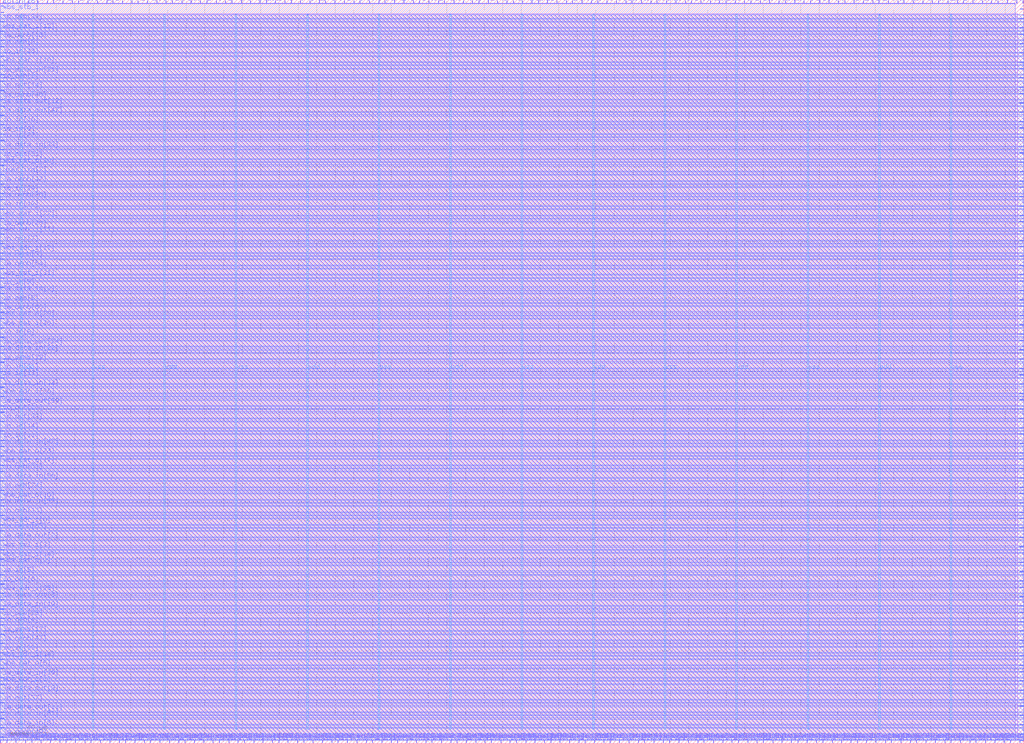
<source format=lef>
VERSION 5.7 ;
  NOWIREEXTENSIONATPIN ON ;
  DIVIDERCHAR "/" ;
  BUSBITCHARS "[]" ;
MACRO tiny_user_project
  CLASS BLOCK ;
  FOREIGN tiny_user_project ;
  ORIGIN 0.000 0.000 ;
  SIZE 1100.000 BY 800.000 ;
  PIN io_in[0]
    DIRECTION INPUT ;
    USE SIGNAL ;
    PORT
      LAYER Metal3 ;
        RECT 1.000 655.200 4.000 655.760 ;
    END
  END io_in[0]
  PIN io_in[10]
    DIRECTION INPUT ;
    USE SIGNAL ;
    PORT
      LAYER Metal3 ;
        RECT 1.000 665.280 4.000 665.840 ;
    END
  END io_in[10]
  PIN io_in[11]
    DIRECTION INPUT ;
    USE SIGNAL ;
    PORT
      LAYER Metal3 ;
        RECT 1.000 325.920 4.000 326.480 ;
    END
  END io_in[11]
  PIN io_in[12]
    DIRECTION INPUT ;
    USE SIGNAL ;
    PORT
      LAYER Metal3 ;
        RECT 1.000 574.560 4.000 575.120 ;
    END
  END io_in[12]
  PIN io_in[13]
    DIRECTION INPUT ;
    USE SIGNAL ;
    PORT
      LAYER Metal3 ;
        RECT 1.000 393.120 4.000 393.680 ;
    END
  END io_in[13]
  PIN io_in[14]
    DIRECTION INPUT ;
    USE SIGNAL ;
    PORT
      LAYER Metal3 ;
        RECT 1.000 336.000 4.000 336.560 ;
    END
  END io_in[14]
  PIN io_in[15]
    DIRECTION INPUT ;
    USE SIGNAL ;
    PORT
      LAYER Metal2 ;
        RECT 651.840 796.000 652.400 799.000 ;
    END
  END io_in[15]
  PIN io_in[16]
    DIRECTION INPUT ;
    USE SIGNAL ;
    PORT
      LAYER Metal3 ;
        RECT 1096.000 40.320 1099.000 40.880 ;
    END
  END io_in[16]
  PIN io_in[17]
    DIRECTION INPUT ;
    USE SIGNAL ;
    PORT
      LAYER Metal3 ;
        RECT 1096.000 742.560 1099.000 743.120 ;
    END
  END io_in[17]
  PIN io_in[18]
    DIRECTION INPUT ;
    USE SIGNAL ;
    PORT
      LAYER Metal2 ;
        RECT 789.600 796.000 790.160 799.000 ;
    END
  END io_in[18]
  PIN io_in[19]
    DIRECTION INPUT ;
    USE SIGNAL ;
    PORT
      LAYER Metal2 ;
        RECT 930.720 1.000 931.280 4.000 ;
    END
  END io_in[19]
  PIN io_in[1]
    DIRECTION INPUT ;
    USE SIGNAL ;
    PORT
      LAYER Metal2 ;
        RECT 268.800 796.000 269.360 799.000 ;
    END
  END io_in[1]
  PIN io_in[20]
    DIRECTION INPUT ;
    USE SIGNAL ;
    PORT
      LAYER Metal2 ;
        RECT 907.200 796.000 907.760 799.000 ;
    END
  END io_in[20]
  PIN io_in[21]
    DIRECTION INPUT ;
    USE SIGNAL ;
    PORT
      LAYER Metal2 ;
        RECT 665.280 1.000 665.840 4.000 ;
    END
  END io_in[21]
  PIN io_in[22]
    DIRECTION INPUT ;
    USE SIGNAL ;
    PORT
      LAYER Metal2 ;
        RECT 1098.720 796.000 1099.280 799.000 ;
    END
  END io_in[22]
  PIN io_in[23]
    DIRECTION INPUT ;
    USE SIGNAL ;
    PORT
      LAYER Metal3 ;
        RECT 1096.000 668.640 1099.000 669.200 ;
    END
  END io_in[23]
  PIN io_in[24]
    DIRECTION INPUT ;
    USE SIGNAL ;
    PORT
      LAYER Metal2 ;
        RECT 786.240 1.000 786.800 4.000 ;
    END
  END io_in[24]
  PIN io_in[25]
    DIRECTION INPUT ;
    USE SIGNAL ;
    PORT
      LAYER Metal2 ;
        RECT 127.680 1.000 128.240 4.000 ;
    END
  END io_in[25]
  PIN io_in[26]
    DIRECTION INPUT ;
    USE SIGNAL ;
    PORT
      LAYER Metal3 ;
        RECT 1.000 792.960 4.000 793.520 ;
    END
  END io_in[26]
  PIN io_in[27]
    DIRECTION INPUT ;
    USE SIGNAL ;
    PORT
      LAYER Metal3 ;
        RECT 1.000 648.480 4.000 649.040 ;
    END
  END io_in[27]
  PIN io_in[28]
    DIRECTION INPUT ;
    USE SIGNAL ;
    PORT
      LAYER Metal3 ;
        RECT 1.000 739.200 4.000 739.760 ;
    END
  END io_in[28]
  PIN io_in[29]
    DIRECTION INPUT ;
    USE SIGNAL ;
    PORT
      LAYER Metal3 ;
        RECT 1.000 591.360 4.000 591.920 ;
    END
  END io_in[29]
  PIN io_in[2]
    DIRECTION INPUT ;
    USE SIGNAL ;
    PORT
      LAYER Metal3 ;
        RECT 1096.000 789.600 1099.000 790.160 ;
    END
  END io_in[2]
  PIN io_in[30]
    DIRECTION INPUT ;
    USE SIGNAL ;
    PORT
      LAYER Metal2 ;
        RECT 621.600 1.000 622.160 4.000 ;
    END
  END io_in[30]
  PIN io_in[31]
    DIRECTION INPUT ;
    USE SIGNAL ;
    PORT
      LAYER Metal3 ;
        RECT 1.000 399.840 4.000 400.400 ;
    END
  END io_in[31]
  PIN io_in[32]
    DIRECTION INPUT ;
    USE SIGNAL ;
    PORT
      LAYER Metal2 ;
        RECT 803.040 1.000 803.600 4.000 ;
    END
  END io_in[32]
  PIN io_in[33]
    DIRECTION INPUT ;
    USE SIGNAL ;
    PORT
      LAYER Metal3 ;
        RECT 1.000 97.440 4.000 98.000 ;
    END
  END io_in[33]
  PIN io_in[34]
    DIRECTION INPUT ;
    USE SIGNAL ;
    PORT
      LAYER Metal2 ;
        RECT 50.400 796.000 50.960 799.000 ;
    END
  END io_in[34]
  PIN io_in[35]
    DIRECTION INPUT ;
    USE SIGNAL ;
    PORT
      LAYER Metal2 ;
        RECT 1001.280 796.000 1001.840 799.000 ;
    END
  END io_in[35]
  PIN io_in[36]
    DIRECTION INPUT ;
    USE SIGNAL ;
    PORT
      LAYER Metal3 ;
        RECT 1096.000 688.800 1099.000 689.360 ;
    END
  END io_in[36]
  PIN io_in[37]
    DIRECTION INPUT ;
    USE SIGNAL ;
    PORT
      LAYER Metal3 ;
        RECT 1096.000 567.840 1099.000 568.400 ;
    END
  END io_in[37]
  PIN io_in[3]
    DIRECTION INPUT ;
    USE SIGNAL ;
    PORT
      LAYER Metal3 ;
        RECT 1096.000 779.520 1099.000 780.080 ;
    END
  END io_in[3]
  PIN io_in[4]
    DIRECTION INPUT ;
    USE SIGNAL ;
    PORT
      LAYER Metal3 ;
        RECT 1096.000 275.520 1099.000 276.080 ;
    END
  END io_in[4]
  PIN io_in[5]
    DIRECTION INPUT ;
    USE SIGNAL ;
    PORT
      LAYER Metal3 ;
        RECT 1.000 181.440 4.000 182.000 ;
    END
  END io_in[5]
  PIN io_in[6]
    DIRECTION INPUT ;
    USE SIGNAL ;
    PORT
      LAYER Metal3 ;
        RECT 1096.000 30.240 1099.000 30.800 ;
    END
  END io_in[6]
  PIN io_in[7]
    DIRECTION INPUT ;
    USE SIGNAL ;
    PORT
      LAYER Metal2 ;
        RECT 927.360 796.000 927.920 799.000 ;
    END
  END io_in[7]
  PIN io_in[8]
    DIRECTION INPUT ;
    USE SIGNAL ;
    PORT
      LAYER Metal3 ;
        RECT 1.000 436.800 4.000 437.360 ;
    END
  END io_in[8]
  PIN io_in[9]
    DIRECTION INPUT ;
    USE SIGNAL ;
    PORT
      LAYER Metal3 ;
        RECT 1.000 490.560 4.000 491.120 ;
    END
  END io_in[9]
  PIN io_oeb[0]
    DIRECTION OUTPUT TRISTATE ;
    USE SIGNAL ;
    PORT
      LAYER Metal3 ;
        RECT 1096.000 514.080 1099.000 514.640 ;
    END
  END io_oeb[0]
  PIN io_oeb[10]
    DIRECTION OUTPUT TRISTATE ;
    USE SIGNAL ;
    PORT
      LAYER Metal3 ;
        RECT 1096.000 460.320 1099.000 460.880 ;
    END
  END io_oeb[10]
  PIN io_oeb[11]
    DIRECTION OUTPUT TRISTATE ;
    USE SIGNAL ;
    PORT
      LAYER Metal2 ;
        RECT 184.800 796.000 185.360 799.000 ;
    END
  END io_oeb[11]
  PIN io_oeb[12]
    DIRECTION OUTPUT TRISTATE ;
    USE SIGNAL ;
    PORT
      LAYER Metal2 ;
        RECT 584.640 1.000 585.200 4.000 ;
    END
  END io_oeb[12]
  PIN io_oeb[13]
    DIRECTION OUTPUT TRISTATE ;
    USE SIGNAL ;
    PORT
      LAYER Metal3 ;
        RECT 1.000 245.280 4.000 245.840 ;
    END
  END io_oeb[13]
  PIN io_oeb[14]
    DIRECTION OUTPUT TRISTATE ;
    USE SIGNAL ;
    PORT
      LAYER Metal2 ;
        RECT 866.880 1.000 867.440 4.000 ;
    END
  END io_oeb[14]
  PIN io_oeb[15]
    DIRECTION OUTPUT TRISTATE ;
    USE SIGNAL ;
    PORT
      LAYER Metal2 ;
        RECT 752.640 796.000 753.200 799.000 ;
    END
  END io_oeb[15]
  PIN io_oeb[16]
    DIRECTION OUTPUT TRISTATE ;
    USE SIGNAL ;
    PORT
      LAYER Metal2 ;
        RECT 272.160 1.000 272.720 4.000 ;
    END
  END io_oeb[16]
  PIN io_oeb[17]
    DIRECTION OUTPUT TRISTATE ;
    USE SIGNAL ;
    PORT
      LAYER Metal2 ;
        RECT 90.720 1.000 91.280 4.000 ;
    END
  END io_oeb[17]
  PIN io_oeb[18]
    DIRECTION OUTPUT TRISTATE ;
    USE SIGNAL ;
    PORT
      LAYER Metal2 ;
        RECT 194.880 796.000 195.440 799.000 ;
    END
  END io_oeb[18]
  PIN io_oeb[19]
    DIRECTION OUTPUT TRISTATE ;
    USE SIGNAL ;
    PORT
      LAYER Metal2 ;
        RECT 487.200 796.000 487.760 799.000 ;
    END
  END io_oeb[19]
  PIN io_oeb[1]
    DIRECTION OUTPUT TRISTATE ;
    USE SIGNAL ;
    PORT
      LAYER Metal2 ;
        RECT 406.560 796.000 407.120 799.000 ;
    END
  END io_oeb[1]
  PIN io_oeb[20]
    DIRECTION OUTPUT TRISTATE ;
    USE SIGNAL ;
    PORT
      LAYER Metal2 ;
        RECT 698.880 796.000 699.440 799.000 ;
    END
  END io_oeb[20]
  PIN io_oeb[21]
    DIRECTION OUTPUT TRISTATE ;
    USE SIGNAL ;
    PORT
      LAYER Metal2 ;
        RECT 813.120 1.000 813.680 4.000 ;
    END
  END io_oeb[21]
  PIN io_oeb[22]
    DIRECTION OUTPUT TRISTATE ;
    USE SIGNAL ;
    PORT
      LAYER Metal3 ;
        RECT 1096.000 94.080 1099.000 94.640 ;
    END
  END io_oeb[22]
  PIN io_oeb[23]
    DIRECTION OUTPUT TRISTATE ;
    USE SIGNAL ;
    PORT
      LAYER Metal2 ;
        RECT 1071.840 796.000 1072.400 799.000 ;
    END
  END io_oeb[23]
  PIN io_oeb[24]
    DIRECTION OUTPUT TRISTATE ;
    USE SIGNAL ;
    PORT
      LAYER Metal3 ;
        RECT 1.000 272.160 4.000 272.720 ;
    END
  END io_oeb[24]
  PIN io_oeb[25]
    DIRECTION OUTPUT TRISTATE ;
    USE SIGNAL ;
    PORT
      LAYER Metal3 ;
        RECT 1.000 134.400 4.000 134.960 ;
    END
  END io_oeb[25]
  PIN io_oeb[26]
    DIRECTION OUTPUT TRISTATE ;
    USE SIGNAL ;
    PORT
      LAYER Metal2 ;
        RECT 67.200 796.000 67.760 799.000 ;
    END
  END io_oeb[26]
  PIN io_oeb[27]
    DIRECTION OUTPUT TRISTATE ;
    USE SIGNAL ;
    PORT
      LAYER Metal2 ;
        RECT 792.960 1.000 793.520 4.000 ;
    END
  END io_oeb[27]
  PIN io_oeb[28]
    DIRECTION OUTPUT TRISTATE ;
    USE SIGNAL ;
    PORT
      LAYER Metal2 ;
        RECT 168.000 796.000 168.560 799.000 ;
    END
  END io_oeb[28]
  PIN io_oeb[29]
    DIRECTION OUTPUT TRISTATE ;
    USE SIGNAL ;
    PORT
      LAYER Metal3 ;
        RECT 1096.000 332.640 1099.000 333.200 ;
    END
  END io_oeb[29]
  PIN io_oeb[2]
    DIRECTION OUTPUT TRISTATE ;
    USE SIGNAL ;
    PORT
      LAYER Metal3 ;
        RECT 1096.000 211.680 1099.000 212.240 ;
    END
  END io_oeb[2]
  PIN io_oeb[30]
    DIRECTION OUTPUT TRISTATE ;
    USE SIGNAL ;
    PORT
      LAYER Metal2 ;
        RECT 893.760 1.000 894.320 4.000 ;
    END
  END io_oeb[30]
  PIN io_oeb[31]
    DIRECTION OUTPUT TRISTATE ;
    USE SIGNAL ;
    PORT
      LAYER Metal3 ;
        RECT 1.000 292.320 4.000 292.880 ;
    END
  END io_oeb[31]
  PIN io_oeb[32]
    DIRECTION OUTPUT TRISTATE ;
    USE SIGNAL ;
    PORT
      LAYER Metal2 ;
        RECT 981.120 796.000 981.680 799.000 ;
    END
  END io_oeb[32]
  PIN io_oeb[33]
    DIRECTION OUTPUT TRISTATE ;
    USE SIGNAL ;
    PORT
      LAYER Metal3 ;
        RECT 1096.000 3.360 1099.000 3.920 ;
    END
  END io_oeb[33]
  PIN io_oeb[34]
    DIRECTION OUTPUT TRISTATE ;
    USE SIGNAL ;
    PORT
      LAYER Metal3 ;
        RECT 1.000 776.160 4.000 776.720 ;
    END
  END io_oeb[34]
  PIN io_oeb[35]
    DIRECTION OUTPUT TRISTATE ;
    USE SIGNAL ;
    PORT
      LAYER Metal3 ;
        RECT 1096.000 705.600 1099.000 706.160 ;
    END
  END io_oeb[35]
  PIN io_oeb[36]
    DIRECTION OUTPUT TRISTATE ;
    USE SIGNAL ;
    PORT
      LAYER Metal2 ;
        RECT 678.720 796.000 679.280 799.000 ;
    END
  END io_oeb[36]
  PIN io_oeb[37]
    DIRECTION OUTPUT TRISTATE ;
    USE SIGNAL ;
    PORT
      LAYER Metal3 ;
        RECT 1096.000 231.840 1099.000 232.400 ;
    END
  END io_oeb[37]
  PIN io_oeb[3]
    DIRECTION OUTPUT TRISTATE ;
    USE SIGNAL ;
    PORT
      LAYER Metal3 ;
        RECT 1.000 712.320 4.000 712.880 ;
    END
  END io_oeb[3]
  PIN io_oeb[4]
    DIRECTION OUTPUT TRISTATE ;
    USE SIGNAL ;
    PORT
      LAYER Metal3 ;
        RECT 1.000 127.680 4.000 128.240 ;
    END
  END io_oeb[4]
  PIN io_oeb[5]
    DIRECTION OUTPUT TRISTATE ;
    USE SIGNAL ;
    PORT
      LAYER Metal2 ;
        RECT 843.360 796.000 843.920 799.000 ;
    END
  END io_oeb[5]
  PIN io_oeb[6]
    DIRECTION OUTPUT TRISTATE ;
    USE SIGNAL ;
    PORT
      LAYER Metal3 ;
        RECT 1.000 749.280 4.000 749.840 ;
    END
  END io_oeb[6]
  PIN io_oeb[7]
    DIRECTION OUTPUT TRISTATE ;
    USE SIGNAL ;
    PORT
      LAYER Metal2 ;
        RECT 608.160 796.000 608.720 799.000 ;
    END
  END io_oeb[7]
  PIN io_oeb[8]
    DIRECTION OUTPUT TRISTATE ;
    USE SIGNAL ;
    PORT
      LAYER Metal3 ;
        RECT 1.000 473.760 4.000 474.320 ;
    END
  END io_oeb[8]
  PIN io_oeb[9]
    DIRECTION OUTPUT TRISTATE ;
    USE SIGNAL ;
    PORT
      LAYER Metal3 ;
        RECT 1096.000 769.440 1099.000 770.000 ;
    END
  END io_oeb[9]
  PIN io_out[0]
    DIRECTION OUTPUT TRISTATE ;
    USE SIGNAL ;
    PORT
      LAYER Metal2 ;
        RECT 305.760 796.000 306.320 799.000 ;
    END
  END io_out[0]
  PIN io_out[10]
    DIRECTION OUTPUT TRISTATE ;
    USE SIGNAL ;
    PORT
      LAYER Metal2 ;
        RECT 443.520 796.000 444.080 799.000 ;
    END
  END io_out[10]
  PIN io_out[11]
    DIRECTION OUTPUT TRISTATE ;
    USE SIGNAL ;
    PORT
      LAYER Metal2 ;
        RECT 611.520 1.000 612.080 4.000 ;
    END
  END io_out[11]
  PIN io_out[12]
    DIRECTION OUTPUT TRISTATE ;
    USE SIGNAL ;
    PORT
      LAYER Metal2 ;
        RECT 1081.920 796.000 1082.480 799.000 ;
    END
  END io_out[12]
  PIN io_out[13]
    DIRECTION OUTPUT TRISTATE ;
    USE SIGNAL ;
    PORT
      LAYER Metal2 ;
        RECT 147.840 796.000 148.400 799.000 ;
    END
  END io_out[13]
  PIN io_out[14]
    DIRECTION OUTPUT TRISTATE ;
    USE SIGNAL ;
    PORT
      LAYER Metal3 ;
        RECT 1.000 702.240 4.000 702.800 ;
    END
  END io_out[14]
  PIN io_out[15]
    DIRECTION OUTPUT TRISTATE ;
    USE SIGNAL ;
    PORT
      LAYER Metal2 ;
        RECT 383.040 1.000 383.600 4.000 ;
    END
  END io_out[15]
  PIN io_out[16]
    DIRECTION OUTPUT TRISTATE ;
    USE SIGNAL ;
    PORT
      LAYER Metal3 ;
        RECT 1096.000 641.760 1099.000 642.320 ;
    END
  END io_out[16]
  PIN io_out[17]
    DIRECTION OUTPUT TRISTATE ;
    USE SIGNAL ;
    PORT
      LAYER Metal2 ;
        RECT 107.520 1.000 108.080 4.000 ;
    END
  END io_out[17]
  PIN io_out[18]
    DIRECTION OUTPUT TRISTATE ;
    USE SIGNAL ;
    PORT
      LAYER Metal2 ;
        RECT 883.680 1.000 884.240 4.000 ;
    END
  END io_out[18]
  PIN io_out[19]
    DIRECTION OUTPUT TRISTATE ;
    USE SIGNAL ;
    PORT
      LAYER Metal2 ;
        RECT 359.520 796.000 360.080 799.000 ;
    END
  END io_out[19]
  PIN io_out[1]
    DIRECTION OUTPUT TRISTATE ;
    USE SIGNAL ;
    PORT
      LAYER Metal2 ;
        RECT 63.840 1.000 64.400 4.000 ;
    END
  END io_out[1]
  PIN io_out[20]
    DIRECTION OUTPUT TRISTATE ;
    USE SIGNAL ;
    PORT
      LAYER Metal2 ;
        RECT 1041.600 1.000 1042.160 4.000 ;
    END
  END io_out[20]
  PIN io_out[21]
    DIRECTION OUTPUT TRISTATE ;
    USE SIGNAL ;
    PORT
      LAYER Metal3 ;
        RECT 1.000 628.320 4.000 628.880 ;
    END
  END io_out[21]
  PIN io_out[22]
    DIRECTION OUTPUT TRISTATE ;
    USE SIGNAL ;
    PORT
      LAYER Metal3 ;
        RECT 1096.000 57.120 1099.000 57.680 ;
    END
  END io_out[22]
  PIN io_out[23]
    DIRECTION OUTPUT TRISTATE ;
    USE SIGNAL ;
    PORT
      LAYER Metal3 ;
        RECT 1.000 356.160 4.000 356.720 ;
    END
  END io_out[23]
  PIN io_out[24]
    DIRECTION OUTPUT TRISTATE ;
    USE SIGNAL ;
    PORT
      LAYER Metal2 ;
        RECT 829.920 1.000 830.480 4.000 ;
    END
  END io_out[24]
  PIN io_out[25]
    DIRECTION OUTPUT TRISTATE ;
    USE SIGNAL ;
    PORT
      LAYER Metal2 ;
        RECT 977.760 1.000 978.320 4.000 ;
    END
  END io_out[25]
  PIN io_out[26]
    DIRECTION OUTPUT TRISTATE ;
    USE SIGNAL ;
    PORT
      LAYER Metal2 ;
        RECT 399.840 1.000 400.400 4.000 ;
    END
  END io_out[26]
  PIN io_out[27]
    DIRECTION OUTPUT TRISTATE ;
    USE SIGNAL ;
    PORT
      LAYER Metal2 ;
        RECT 319.200 1.000 319.760 4.000 ;
    END
  END io_out[27]
  PIN io_out[28]
    DIRECTION OUTPUT TRISTATE ;
    USE SIGNAL ;
    PORT
      LAYER Metal2 ;
        RECT 816.480 796.000 817.040 799.000 ;
    END
  END io_out[28]
  PIN io_out[29]
    DIRECTION OUTPUT TRISTATE ;
    USE SIGNAL ;
    PORT
      LAYER Metal2 ;
        RECT 648.480 1.000 649.040 4.000 ;
    END
  END io_out[29]
  PIN io_out[2]
    DIRECTION OUTPUT TRISTATE ;
    USE SIGNAL ;
    PORT
      LAYER Metal3 ;
        RECT 1096.000 184.800 1099.000 185.360 ;
    END
  END io_out[2]
  PIN io_out[30]
    DIRECTION OUTPUT TRISTATE ;
    USE SIGNAL ;
    PORT
      LAYER Metal2 ;
        RECT 1018.080 796.000 1018.640 799.000 ;
    END
  END io_out[30]
  PIN io_out[31]
    DIRECTION OUTPUT TRISTATE ;
    USE SIGNAL ;
    PORT
      LAYER Metal2 ;
        RECT 336.000 1.000 336.560 4.000 ;
    END
  END io_out[31]
  PIN io_out[32]
    DIRECTION OUTPUT TRISTATE ;
    USE SIGNAL ;
    PORT
      LAYER Metal2 ;
        RECT 742.560 796.000 743.120 799.000 ;
    END
  END io_out[32]
  PIN io_out[33]
    DIRECTION OUTPUT TRISTATE ;
    USE SIGNAL ;
    PORT
      LAYER Metal3 ;
        RECT 1.000 346.080 4.000 346.640 ;
    END
  END io_out[33]
  PIN io_out[34]
    DIRECTION OUTPUT TRISTATE ;
    USE SIGNAL ;
    PORT
      LAYER Metal2 ;
        RECT 628.320 1.000 628.880 4.000 ;
    END
  END io_out[34]
  PIN io_out[35]
    DIRECTION OUTPUT TRISTATE ;
    USE SIGNAL ;
    PORT
      LAYER Metal2 ;
        RECT 564.480 1.000 565.040 4.000 ;
    END
  END io_out[35]
  PIN io_out[36]
    DIRECTION OUTPUT TRISTATE ;
    USE SIGNAL ;
    PORT
      LAYER Metal2 ;
        RECT 228.480 1.000 229.040 4.000 ;
    END
  END io_out[36]
  PIN io_out[37]
    DIRECTION OUTPUT TRISTATE ;
    USE SIGNAL ;
    PORT
      LAYER Metal3 ;
        RECT 1.000 43.680 4.000 44.240 ;
    END
  END io_out[37]
  PIN io_out[3]
    DIRECTION OUTPUT TRISTATE ;
    USE SIGNAL ;
    PORT
      LAYER Metal2 ;
        RECT 588.000 796.000 588.560 799.000 ;
    END
  END io_out[3]
  PIN io_out[4]
    DIRECTION OUTPUT TRISTATE ;
    USE SIGNAL ;
    PORT
      LAYER Metal2 ;
        RECT 436.800 1.000 437.360 4.000 ;
    END
  END io_out[4]
  PIN io_out[5]
    DIRECTION OUTPUT TRISTATE ;
    USE SIGNAL ;
    PORT
      LAYER Metal2 ;
        RECT 551.040 796.000 551.600 799.000 ;
    END
  END io_out[5]
  PIN io_out[6]
    DIRECTION OUTPUT TRISTATE ;
    USE SIGNAL ;
    PORT
      LAYER Metal3 ;
        RECT 1.000 171.360 4.000 171.920 ;
    END
  END io_out[6]
  PIN io_out[7]
    DIRECTION OUTPUT TRISTATE ;
    USE SIGNAL ;
    PORT
      LAYER Metal3 ;
        RECT 1.000 537.600 4.000 538.160 ;
    END
  END io_out[7]
  PIN io_out[8]
    DIRECTION OUTPUT TRISTATE ;
    USE SIGNAL ;
    PORT
      LAYER Metal2 ;
        RECT 692.160 1.000 692.720 4.000 ;
    END
  END io_out[8]
  PIN io_out[9]
    DIRECTION OUTPUT TRISTATE ;
    USE SIGNAL ;
    PORT
      LAYER Metal2 ;
        RECT 245.280 1.000 245.840 4.000 ;
    END
  END io_out[9]
  PIN la_data_in[0]
    DIRECTION INPUT ;
    USE SIGNAL ;
    PORT
      LAYER Metal3 ;
        RECT 1.000 483.840 4.000 484.400 ;
    END
  END la_data_in[0]
  PIN la_data_in[10]
    DIRECTION INPUT ;
    USE SIGNAL ;
    PORT
      LAYER Metal3 ;
        RECT 1096.000 732.480 1099.000 733.040 ;
    END
  END la_data_in[10]
  PIN la_data_in[11]
    DIRECTION INPUT ;
    USE SIGNAL ;
    PORT
      LAYER Metal3 ;
        RECT 1096.000 268.800 1099.000 269.360 ;
    END
  END la_data_in[11]
  PIN la_data_in[12]
    DIRECTION INPUT ;
    USE SIGNAL ;
    PORT
      LAYER Metal2 ;
        RECT 292.320 1.000 292.880 4.000 ;
    END
  END la_data_in[12]
  PIN la_data_in[13]
    DIRECTION INPUT ;
    USE SIGNAL ;
    PORT
      LAYER Metal2 ;
        RECT 534.240 796.000 534.800 799.000 ;
    END
  END la_data_in[13]
  PIN la_data_in[14]
    DIRECTION INPUT ;
    USE SIGNAL ;
    PORT
      LAYER Metal2 ;
        RECT 30.240 796.000 30.800 799.000 ;
    END
  END la_data_in[14]
  PIN la_data_in[15]
    DIRECTION INPUT ;
    USE SIGNAL ;
    PORT
      LAYER Metal3 ;
        RECT 1096.000 534.240 1099.000 534.800 ;
    END
  END la_data_in[15]
  PIN la_data_in[16]
    DIRECTION INPUT ;
    USE SIGNAL ;
    PORT
      LAYER Metal2 ;
        RECT 241.920 796.000 242.480 799.000 ;
    END
  END la_data_in[16]
  PIN la_data_in[17]
    DIRECTION INPUT ;
    USE SIGNAL ;
    PORT
      LAYER Metal2 ;
        RECT 1095.360 1.000 1095.920 4.000 ;
    END
  END la_data_in[17]
  PIN la_data_in[18]
    DIRECTION INPUT ;
    USE SIGNAL ;
    PORT
      LAYER Metal2 ;
        RECT 624.960 796.000 625.520 799.000 ;
    END
  END la_data_in[18]
  PIN la_data_in[19]
    DIRECTION INPUT ;
    USE SIGNAL ;
    PORT
      LAYER Metal3 ;
        RECT 1.000 144.480 4.000 145.040 ;
    END
  END la_data_in[19]
  PIN la_data_in[1]
    DIRECTION INPUT ;
    USE SIGNAL ;
    PORT
      LAYER Metal2 ;
        RECT 369.600 796.000 370.160 799.000 ;
    END
  END la_data_in[1]
  PIN la_data_in[20]
    DIRECTION INPUT ;
    USE SIGNAL ;
    PORT
      LAYER Metal3 ;
        RECT 1096.000 47.040 1099.000 47.600 ;
    END
  END la_data_in[20]
  PIN la_data_in[21]
    DIRECTION INPUT ;
    USE SIGNAL ;
    PORT
      LAYER Metal3 ;
        RECT 1.000 719.040 4.000 719.600 ;
    END
  END la_data_in[21]
  PIN la_data_in[22]
    DIRECTION INPUT ;
    USE SIGNAL ;
    PORT
      LAYER Metal3 ;
        RECT 1.000 420.000 4.000 420.560 ;
    END
  END la_data_in[22]
  PIN la_data_in[23]
    DIRECTION INPUT ;
    USE SIGNAL ;
    PORT
      LAYER Metal3 ;
        RECT 1096.000 561.120 1099.000 561.680 ;
    END
  END la_data_in[23]
  PIN la_data_in[24]
    DIRECTION INPUT ;
    USE SIGNAL ;
    PORT
      LAYER Metal2 ;
        RECT 635.040 796.000 635.600 799.000 ;
    END
  END la_data_in[24]
  PIN la_data_in[25]
    DIRECTION INPUT ;
    USE SIGNAL ;
    PORT
      LAYER Metal2 ;
        RECT 349.440 796.000 350.000 799.000 ;
    END
  END la_data_in[25]
  PIN la_data_in[26]
    DIRECTION INPUT ;
    USE SIGNAL ;
    PORT
      LAYER Metal2 ;
        RECT 735.840 796.000 736.400 799.000 ;
    END
  END la_data_in[26]
  PIN la_data_in[27]
    DIRECTION INPUT ;
    USE SIGNAL ;
    PORT
      LAYER Metal2 ;
        RECT 57.120 796.000 57.680 799.000 ;
    END
  END la_data_in[27]
  PIN la_data_in[28]
    DIRECTION INPUT ;
    USE SIGNAL ;
    PORT
      LAYER Metal2 ;
        RECT 94.080 796.000 94.640 799.000 ;
    END
  END la_data_in[28]
  PIN la_data_in[29]
    DIRECTION INPUT ;
    USE SIGNAL ;
    PORT
      LAYER Metal3 ;
        RECT 1096.000 84.000 1099.000 84.560 ;
    END
  END la_data_in[29]
  PIN la_data_in[2]
    DIRECTION INPUT ;
    USE SIGNAL ;
    PORT
      LAYER Metal2 ;
        RECT 571.200 796.000 571.760 799.000 ;
    END
  END la_data_in[2]
  PIN la_data_in[30]
    DIRECTION INPUT ;
    USE SIGNAL ;
    PORT
      LAYER Metal3 ;
        RECT 1.000 70.560 4.000 71.120 ;
    END
  END la_data_in[30]
  PIN la_data_in[31]
    DIRECTION INPUT ;
    USE SIGNAL ;
    PORT
      LAYER Metal2 ;
        RECT 954.240 796.000 954.800 799.000 ;
    END
  END la_data_in[31]
  PIN la_data_in[32]
    DIRECTION INPUT ;
    USE SIGNAL ;
    PORT
      LAYER Metal3 ;
        RECT 1.000 383.040 4.000 383.600 ;
    END
  END la_data_in[32]
  PIN la_data_in[33]
    DIRECTION INPUT ;
    USE SIGNAL ;
    PORT
      LAYER Metal3 ;
        RECT 1.000 638.400 4.000 638.960 ;
    END
  END la_data_in[33]
  PIN la_data_in[34]
    DIRECTION INPUT ;
    USE SIGNAL ;
    PORT
      LAYER Metal2 ;
        RECT 221.760 796.000 222.320 799.000 ;
    END
  END la_data_in[34]
  PIN la_data_in[35]
    DIRECTION INPUT ;
    USE SIGNAL ;
    PORT
      LAYER Metal2 ;
        RECT 40.320 796.000 40.880 799.000 ;
    END
  END la_data_in[35]
  PIN la_data_in[36]
    DIRECTION INPUT ;
    USE SIGNAL ;
    PORT
      LAYER Metal2 ;
        RECT 675.360 1.000 675.920 4.000 ;
    END
  END la_data_in[36]
  PIN la_data_in[37]
    DIRECTION INPUT ;
    USE SIGNAL ;
    PORT
      LAYER Metal2 ;
        RECT 131.040 796.000 131.600 799.000 ;
    END
  END la_data_in[37]
  PIN la_data_in[38]
    DIRECTION INPUT ;
    USE SIGNAL ;
    PORT
      LAYER Metal2 ;
        RECT 426.720 1.000 427.280 4.000 ;
    END
  END la_data_in[38]
  PIN la_data_in[39]
    DIRECTION INPUT ;
    USE SIGNAL ;
    PORT
      LAYER Metal2 ;
        RECT 672.000 796.000 672.560 799.000 ;
    END
  END la_data_in[39]
  PIN la_data_in[3]
    DIRECTION INPUT ;
    USE SIGNAL ;
    PORT
      LAYER Metal3 ;
        RECT 1096.000 369.600 1099.000 370.160 ;
    END
  END la_data_in[3]
  PIN la_data_in[40]
    DIRECTION INPUT ;
    USE SIGNAL ;
    PORT
      LAYER Metal2 ;
        RECT 325.920 1.000 326.480 4.000 ;
    END
  END la_data_in[40]
  PIN la_data_in[41]
    DIRECTION INPUT ;
    USE SIGNAL ;
    PORT
      LAYER Metal2 ;
        RECT 456.960 1.000 457.520 4.000 ;
    END
  END la_data_in[41]
  PIN la_data_in[42]
    DIRECTION INPUT ;
    USE SIGNAL ;
    PORT
      LAYER Metal3 ;
        RECT 1.000 319.200 4.000 319.760 ;
    END
  END la_data_in[42]
  PIN la_data_in[43]
    DIRECTION INPUT ;
    USE SIGNAL ;
    PORT
      LAYER Metal2 ;
        RECT 1044.960 796.000 1045.520 799.000 ;
    END
  END la_data_in[43]
  PIN la_data_in[44]
    DIRECTION INPUT ;
    USE SIGNAL ;
    PORT
      LAYER Metal2 ;
        RECT 957.600 1.000 958.160 4.000 ;
    END
  END la_data_in[44]
  PIN la_data_in[45]
    DIRECTION INPUT ;
    USE SIGNAL ;
    PORT
      LAYER Metal2 ;
        RECT 309.120 1.000 309.680 4.000 ;
    END
  END la_data_in[45]
  PIN la_data_in[46]
    DIRECTION INPUT ;
    USE SIGNAL ;
    PORT
      LAYER Metal3 ;
        RECT 1096.000 540.960 1099.000 541.520 ;
    END
  END la_data_in[46]
  PIN la_data_in[47]
    DIRECTION INPUT ;
    USE SIGNAL ;
    PORT
      LAYER Metal2 ;
        RECT 591.360 1.000 591.920 4.000 ;
    END
  END la_data_in[47]
  PIN la_data_in[48]
    DIRECTION INPUT ;
    USE SIGNAL ;
    PORT
      LAYER Metal2 ;
        RECT 598.080 796.000 598.640 799.000 ;
    END
  END la_data_in[48]
  PIN la_data_in[49]
    DIRECTION INPUT ;
    USE SIGNAL ;
    PORT
      LAYER Metal2 ;
        RECT 514.080 796.000 514.640 799.000 ;
    END
  END la_data_in[49]
  PIN la_data_in[4]
    DIRECTION INPUT ;
    USE SIGNAL ;
    PORT
      LAYER Metal2 ;
        RECT 231.840 796.000 232.400 799.000 ;
    END
  END la_data_in[4]
  PIN la_data_in[50]
    DIRECTION INPUT ;
    USE SIGNAL ;
    PORT
      LAYER Metal2 ;
        RECT 524.160 796.000 524.720 799.000 ;
    END
  END la_data_in[50]
  PIN la_data_in[51]
    DIRECTION INPUT ;
    USE SIGNAL ;
    PORT
      LAYER Metal2 ;
        RECT 446.880 1.000 447.440 4.000 ;
    END
  END la_data_in[51]
  PIN la_data_in[52]
    DIRECTION INPUT ;
    USE SIGNAL ;
    PORT
      LAYER Metal3 ;
        RECT 1096.000 168.000 1099.000 168.560 ;
    END
  END la_data_in[52]
  PIN la_data_in[53]
    DIRECTION INPUT ;
    USE SIGNAL ;
    PORT
      LAYER Metal2 ;
        RECT 890.400 796.000 890.960 799.000 ;
    END
  END la_data_in[53]
  PIN la_data_in[54]
    DIRECTION INPUT ;
    USE SIGNAL ;
    PORT
      LAYER Metal2 ;
        RECT 826.560 796.000 827.120 799.000 ;
    END
  END la_data_in[54]
  PIN la_data_in[55]
    DIRECTION INPUT ;
    USE SIGNAL ;
    PORT
      LAYER Metal3 ;
        RECT 1.000 255.360 4.000 255.920 ;
    END
  END la_data_in[55]
  PIN la_data_in[56]
    DIRECTION INPUT ;
    USE SIGNAL ;
    PORT
      LAYER Metal3 ;
        RECT 1.000 282.240 4.000 282.800 ;
    END
  END la_data_in[56]
  PIN la_data_in[57]
    DIRECTION INPUT ;
    USE SIGNAL ;
    PORT
      LAYER Metal2 ;
        RECT 178.080 796.000 178.640 799.000 ;
    END
  END la_data_in[57]
  PIN la_data_in[58]
    DIRECTION INPUT ;
    USE SIGNAL ;
    PORT
      LAYER Metal2 ;
        RECT 346.080 1.000 346.640 4.000 ;
    END
  END la_data_in[58]
  PIN la_data_in[59]
    DIRECTION INPUT ;
    USE SIGNAL ;
    PORT
      LAYER Metal3 ;
        RECT 1096.000 715.680 1099.000 716.240 ;
    END
  END la_data_in[59]
  PIN la_data_in[5]
    DIRECTION INPUT ;
    USE SIGNAL ;
    PORT
      LAYER Metal2 ;
        RECT 161.280 1.000 161.840 4.000 ;
    END
  END la_data_in[5]
  PIN la_data_in[60]
    DIRECTION INPUT ;
    USE SIGNAL ;
    PORT
      LAYER Metal3 ;
        RECT 1096.000 477.120 1099.000 477.680 ;
    END
  END la_data_in[60]
  PIN la_data_in[61]
    DIRECTION INPUT ;
    USE SIGNAL ;
    PORT
      LAYER Metal3 ;
        RECT 1.000 26.880 4.000 27.440 ;
    END
  END la_data_in[61]
  PIN la_data_in[62]
    DIRECTION INPUT ;
    USE SIGNAL ;
    PORT
      LAYER Metal2 ;
        RECT 554.400 1.000 554.960 4.000 ;
    END
  END la_data_in[62]
  PIN la_data_in[63]
    DIRECTION INPUT ;
    USE SIGNAL ;
    PORT
      LAYER Metal2 ;
        RECT 396.480 796.000 397.040 799.000 ;
    END
  END la_data_in[63]
  PIN la_data_in[6]
    DIRECTION INPUT ;
    USE SIGNAL ;
    PORT
      LAYER Metal2 ;
        RECT 191.520 1.000 192.080 4.000 ;
    END
  END la_data_in[6]
  PIN la_data_in[7]
    DIRECTION INPUT ;
    USE SIGNAL ;
    PORT
      LAYER Metal3 ;
        RECT 1096.000 194.880 1099.000 195.440 ;
    END
  END la_data_in[7]
  PIN la_data_in[8]
    DIRECTION INPUT ;
    USE SIGNAL ;
    PORT
      LAYER Metal3 ;
        RECT 1.000 16.800 4.000 17.360 ;
    END
  END la_data_in[8]
  PIN la_data_in[9]
    DIRECTION INPUT ;
    USE SIGNAL ;
    PORT
      LAYER Metal2 ;
        RECT 1008.000 796.000 1008.560 799.000 ;
    END
  END la_data_in[9]
  PIN la_data_out[0]
    DIRECTION OUTPUT TRISTATE ;
    USE SIGNAL ;
    PORT
      LAYER Metal2 ;
        RECT 971.040 796.000 971.600 799.000 ;
    END
  END la_data_out[0]
  PIN la_data_out[10]
    DIRECTION OUTPUT TRISTATE ;
    USE SIGNAL ;
    PORT
      LAYER Metal3 ;
        RECT 1096.000 359.520 1099.000 360.080 ;
    END
  END la_data_out[10]
  PIN la_data_out[11]
    DIRECTION OUTPUT TRISTATE ;
    USE SIGNAL ;
    PORT
      LAYER Metal3 ;
        RECT 1.000 33.600 4.000 34.160 ;
    END
  END la_data_out[11]
  PIN la_data_out[12]
    DIRECTION OUTPUT TRISTATE ;
    USE SIGNAL ;
    PORT
      LAYER Metal3 ;
        RECT 1.000 685.440 4.000 686.000 ;
    END
  END la_data_out[12]
  PIN la_data_out[13]
    DIRECTION OUTPUT TRISTATE ;
    USE SIGNAL ;
    PORT
      LAYER Metal2 ;
        RECT 356.160 1.000 356.720 4.000 ;
    END
  END la_data_out[13]
  PIN la_data_out[14]
    DIRECTION OUTPUT TRISTATE ;
    USE SIGNAL ;
    PORT
      LAYER Metal3 ;
        RECT 1096.000 241.920 1099.000 242.480 ;
    END
  END la_data_out[14]
  PIN la_data_out[15]
    DIRECTION OUTPUT TRISTATE ;
    USE SIGNAL ;
    PORT
      LAYER Metal2 ;
        RECT 13.440 796.000 14.000 799.000 ;
    END
  END la_data_out[15]
  PIN la_data_out[16]
    DIRECTION OUTPUT TRISTATE ;
    USE SIGNAL ;
    PORT
      LAYER Metal3 ;
        RECT 1096.000 376.320 1099.000 376.880 ;
    END
  END la_data_out[16]
  PIN la_data_out[17]
    DIRECTION OUTPUT TRISTATE ;
    USE SIGNAL ;
    PORT
      LAYER Metal2 ;
        RECT 614.880 796.000 615.440 799.000 ;
    END
  END la_data_out[17]
  PIN la_data_out[18]
    DIRECTION OUTPUT TRISTATE ;
    USE SIGNAL ;
    PORT
      LAYER Metal3 ;
        RECT 1096.000 635.040 1099.000 635.600 ;
    END
  END la_data_out[18]
  PIN la_data_out[19]
    DIRECTION OUTPUT TRISTATE ;
    USE SIGNAL ;
    PORT
      LAYER Metal2 ;
        RECT 500.640 1.000 501.200 4.000 ;
    END
  END la_data_out[19]
  PIN la_data_out[1]
    DIRECTION OUTPUT TRISTATE ;
    USE SIGNAL ;
    PORT
      LAYER Metal3 ;
        RECT 1096.000 295.680 1099.000 296.240 ;
    END
  END la_data_out[1]
  PIN la_data_out[20]
    DIRECTION OUTPUT TRISTATE ;
    USE SIGNAL ;
    PORT
      LAYER Metal2 ;
        RECT 1085.280 1.000 1085.840 4.000 ;
    END
  END la_data_out[20]
  PIN la_data_out[21]
    DIRECTION OUTPUT TRISTATE ;
    USE SIGNAL ;
    PORT
      LAYER Metal2 ;
        RECT 141.120 796.000 141.680 799.000 ;
    END
  END la_data_out[21]
  PIN la_data_out[22]
    DIRECTION OUTPUT TRISTATE ;
    USE SIGNAL ;
    PORT
      LAYER Metal3 ;
        RECT 1096.000 440.160 1099.000 440.720 ;
    END
  END la_data_out[22]
  PIN la_data_out[23]
    DIRECTION OUTPUT TRISTATE ;
    USE SIGNAL ;
    PORT
      LAYER Metal2 ;
        RECT 282.240 1.000 282.800 4.000 ;
    END
  END la_data_out[23]
  PIN la_data_out[24]
    DIRECTION OUTPUT TRISTATE ;
    USE SIGNAL ;
    PORT
      LAYER Metal3 ;
        RECT 1.000 426.720 4.000 427.280 ;
    END
  END la_data_out[24]
  PIN la_data_out[25]
    DIRECTION OUTPUT TRISTATE ;
    USE SIGNAL ;
    PORT
      LAYER Metal2 ;
        RECT 510.720 1.000 511.280 4.000 ;
    END
  END la_data_out[25]
  PIN la_data_out[26]
    DIRECTION OUTPUT TRISTATE ;
    USE SIGNAL ;
    PORT
      LAYER Metal2 ;
        RECT 120.960 796.000 121.520 799.000 ;
    END
  END la_data_out[26]
  PIN la_data_out[27]
    DIRECTION OUTPUT TRISTATE ;
    USE SIGNAL ;
    PORT
      LAYER Metal2 ;
        RECT 725.760 796.000 726.320 799.000 ;
    END
  END la_data_out[27]
  PIN la_data_out[28]
    DIRECTION OUTPUT TRISTATE ;
    USE SIGNAL ;
    PORT
      LAYER Metal3 ;
        RECT 1096.000 604.800 1099.000 605.360 ;
    END
  END la_data_out[28]
  PIN la_data_out[29]
    DIRECTION OUTPUT TRISTATE ;
    USE SIGNAL ;
    PORT
      LAYER Metal2 ;
        RECT 409.920 1.000 410.480 4.000 ;
    END
  END la_data_out[29]
  PIN la_data_out[2]
    DIRECTION OUTPUT TRISTATE ;
    USE SIGNAL ;
    PORT
      LAYER Metal3 ;
        RECT 1.000 218.400 4.000 218.960 ;
    END
  END la_data_out[2]
  PIN la_data_out[30]
    DIRECTION OUTPUT TRISTATE ;
    USE SIGNAL ;
    PORT
      LAYER Metal3 ;
        RECT 1096.000 285.600 1099.000 286.160 ;
    END
  END la_data_out[30]
  PIN la_data_out[31]
    DIRECTION OUTPUT TRISTATE ;
    USE SIGNAL ;
    PORT
      LAYER Metal2 ;
        RECT 994.560 1.000 995.120 4.000 ;
    END
  END la_data_out[31]
  PIN la_data_out[32]
    DIRECTION OUTPUT TRISTATE ;
    USE SIGNAL ;
    PORT
      LAYER Metal2 ;
        RECT 705.600 796.000 706.160 799.000 ;
    END
  END la_data_out[32]
  PIN la_data_out[33]
    DIRECTION OUTPUT TRISTATE ;
    USE SIGNAL ;
    PORT
      LAYER Metal3 ;
        RECT 1096.000 20.160 1099.000 20.720 ;
    END
  END la_data_out[33]
  PIN la_data_out[34]
    DIRECTION OUTPUT TRISTATE ;
    USE SIGNAL ;
    PORT
      LAYER Metal2 ;
        RECT 463.680 1.000 464.240 4.000 ;
    END
  END la_data_out[34]
  PIN la_data_out[35]
    DIRECTION OUTPUT TRISTATE ;
    USE SIGNAL ;
    PORT
      LAYER Metal2 ;
        RECT 661.920 796.000 662.480 799.000 ;
    END
  END la_data_out[35]
  PIN la_data_out[36]
    DIRECTION OUTPUT TRISTATE ;
    USE SIGNAL ;
    PORT
      LAYER Metal3 ;
        RECT 1096.000 614.880 1099.000 615.440 ;
    END
  END la_data_out[36]
  PIN la_data_out[37]
    DIRECTION OUTPUT TRISTATE ;
    USE SIGNAL ;
    PORT
      LAYER Metal3 ;
        RECT 1096.000 221.760 1099.000 222.320 ;
    END
  END la_data_out[37]
  PIN la_data_out[38]
    DIRECTION OUTPUT TRISTATE ;
    USE SIGNAL ;
    PORT
      LAYER Metal2 ;
        RECT 967.680 1.000 968.240 4.000 ;
    END
  END la_data_out[38]
  PIN la_data_out[39]
    DIRECTION OUTPUT TRISTATE ;
    USE SIGNAL ;
    PORT
      LAYER Metal2 ;
        RECT 1078.560 1.000 1079.120 4.000 ;
    END
  END la_data_out[39]
  PIN la_data_out[3]
    DIRECTION OUTPUT TRISTATE ;
    USE SIGNAL ;
    PORT
      LAYER Metal3 ;
        RECT 1.000 154.560 4.000 155.120 ;
    END
  END la_data_out[3]
  PIN la_data_out[40]
    DIRECTION OUTPUT TRISTATE ;
    USE SIGNAL ;
    PORT
      LAYER Metal2 ;
        RECT 920.640 1.000 921.200 4.000 ;
    END
  END la_data_out[40]
  PIN la_data_out[41]
    DIRECTION OUTPUT TRISTATE ;
    USE SIGNAL ;
    PORT
      LAYER Metal3 ;
        RECT 1096.000 141.120 1099.000 141.680 ;
    END
  END la_data_out[41]
  PIN la_data_out[42]
    DIRECTION OUTPUT TRISTATE ;
    USE SIGNAL ;
    PORT
      LAYER Metal3 ;
        RECT 1096.000 651.840 1099.000 652.400 ;
    END
  END la_data_out[42]
  PIN la_data_out[43]
    DIRECTION OUTPUT TRISTATE ;
    USE SIGNAL ;
    PORT
      LAYER Metal2 ;
        RECT 53.760 1.000 54.320 4.000 ;
    END
  END la_data_out[43]
  PIN la_data_out[44]
    DIRECTION OUTPUT TRISTATE ;
    USE SIGNAL ;
    PORT
      LAYER Metal2 ;
        RECT 393.120 1.000 393.680 4.000 ;
    END
  END la_data_out[44]
  PIN la_data_out[45]
    DIRECTION OUTPUT TRISTATE ;
    USE SIGNAL ;
    PORT
      LAYER Metal2 ;
        RECT 295.680 796.000 296.240 799.000 ;
    END
  END la_data_out[45]
  PIN la_data_out[46]
    DIRECTION OUTPUT TRISTATE ;
    USE SIGNAL ;
    PORT
      LAYER Metal2 ;
        RECT 285.600 796.000 286.160 799.000 ;
    END
  END la_data_out[46]
  PIN la_data_out[47]
    DIRECTION OUTPUT TRISTATE ;
    USE SIGNAL ;
    PORT
      LAYER Metal3 ;
        RECT 1.000 675.360 4.000 675.920 ;
    END
  END la_data_out[47]
  PIN la_data_out[48]
    DIRECTION OUTPUT TRISTATE ;
    USE SIGNAL ;
    PORT
      LAYER Metal2 ;
        RECT 218.400 1.000 218.960 4.000 ;
    END
  END la_data_out[48]
  PIN la_data_out[49]
    DIRECTION OUTPUT TRISTATE ;
    USE SIGNAL ;
    PORT
      LAYER Metal2 ;
        RECT 856.800 1.000 857.360 4.000 ;
    END
  END la_data_out[49]
  PIN la_data_out[4]
    DIRECTION OUTPUT TRISTATE ;
    USE SIGNAL ;
    PORT
      LAYER Metal2 ;
        RECT 688.800 796.000 689.360 799.000 ;
    END
  END la_data_out[4]
  PIN la_data_out[50]
    DIRECTION OUTPUT TRISTATE ;
    USE SIGNAL ;
    PORT
      LAYER Metal2 ;
        RECT 477.120 796.000 477.680 799.000 ;
    END
  END la_data_out[50]
  PIN la_data_out[51]
    DIRECTION OUTPUT TRISTATE ;
    USE SIGNAL ;
    PORT
      LAYER Metal2 ;
        RECT 114.240 796.000 114.800 799.000 ;
    END
  END la_data_out[51]
  PIN la_data_out[52]
    DIRECTION OUTPUT TRISTATE ;
    USE SIGNAL ;
    PORT
      LAYER Metal2 ;
        RECT 1014.720 1.000 1015.280 4.000 ;
    END
  END la_data_out[52]
  PIN la_data_out[53]
    DIRECTION OUTPUT TRISTATE ;
    USE SIGNAL ;
    PORT
      LAYER Metal2 ;
        RECT 104.160 796.000 104.720 799.000 ;
    END
  END la_data_out[53]
  PIN la_data_out[54]
    DIRECTION OUTPUT TRISTATE ;
    USE SIGNAL ;
    PORT
      LAYER Metal3 ;
        RECT 1096.000 497.280 1099.000 497.840 ;
    END
  END la_data_out[54]
  PIN la_data_out[55]
    DIRECTION OUTPUT TRISTATE ;
    USE SIGNAL ;
    PORT
      LAYER Metal2 ;
        RECT 507.360 796.000 507.920 799.000 ;
    END
  END la_data_out[55]
  PIN la_data_out[56]
    DIRECTION OUTPUT TRISTATE ;
    USE SIGNAL ;
    PORT
      LAYER Metal3 ;
        RECT 1096.000 77.280 1099.000 77.840 ;
    END
  END la_data_out[56]
  PIN la_data_out[57]
    DIRECTION OUTPUT TRISTATE ;
    USE SIGNAL ;
    PORT
      LAYER Metal2 ;
        RECT 870.240 796.000 870.800 799.000 ;
    END
  END la_data_out[57]
  PIN la_data_out[58]
    DIRECTION OUTPUT TRISTATE ;
    USE SIGNAL ;
    PORT
      LAYER Metal3 ;
        RECT 1096.000 504.000 1099.000 504.560 ;
    END
  END la_data_out[58]
  PIN la_data_out[59]
    DIRECTION OUTPUT TRISTATE ;
    USE SIGNAL ;
    PORT
      LAYER Metal3 ;
        RECT 1.000 362.880 4.000 363.440 ;
    END
  END la_data_out[59]
  PIN la_data_out[5]
    DIRECTION OUTPUT TRISTATE ;
    USE SIGNAL ;
    PORT
      LAYER Metal3 ;
        RECT 1096.000 413.280 1099.000 413.840 ;
    END
  END la_data_out[5]
  PIN la_data_out[60]
    DIRECTION OUTPUT TRISTATE ;
    USE SIGNAL ;
    PORT
      LAYER Metal2 ;
        RECT 917.280 796.000 917.840 799.000 ;
    END
  END la_data_out[60]
  PIN la_data_out[61]
    DIRECTION OUTPUT TRISTATE ;
    USE SIGNAL ;
    PORT
      LAYER Metal2 ;
        RECT 255.360 1.000 255.920 4.000 ;
    END
  END la_data_out[61]
  PIN la_data_out[62]
    DIRECTION OUTPUT TRISTATE ;
    USE SIGNAL ;
    PORT
      LAYER Metal2 ;
        RECT 819.840 1.000 820.400 4.000 ;
    END
  END la_data_out[62]
  PIN la_data_out[63]
    DIRECTION OUTPUT TRISTATE ;
    USE SIGNAL ;
    PORT
      LAYER Metal2 ;
        RECT 1021.440 1.000 1022.000 4.000 ;
    END
  END la_data_out[63]
  PIN la_data_out[6]
    DIRECTION OUTPUT TRISTATE ;
    USE SIGNAL ;
    PORT
      LAYER Metal3 ;
        RECT 1096.000 120.960 1099.000 121.520 ;
    END
  END la_data_out[6]
  PIN la_data_out[7]
    DIRECTION OUTPUT TRISTATE ;
    USE SIGNAL ;
    PORT
      LAYER Metal2 ;
        RECT 1065.120 796.000 1065.680 799.000 ;
    END
  END la_data_out[7]
  PIN la_data_out[8]
    DIRECTION OUTPUT TRISTATE ;
    USE SIGNAL ;
    PORT
      LAYER Metal3 ;
        RECT 1.000 53.760 4.000 54.320 ;
    END
  END la_data_out[8]
  PIN la_data_out[9]
    DIRECTION OUTPUT TRISTATE ;
    USE SIGNAL ;
    PORT
      LAYER Metal3 ;
        RECT 1096.000 305.760 1099.000 306.320 ;
    END
  END la_data_out[9]
  PIN la_oenb[0]
    DIRECTION INPUT ;
    USE SIGNAL ;
    PORT
      LAYER Metal3 ;
        RECT 1096.000 204.960 1099.000 205.520 ;
    END
  END la_oenb[0]
  PIN la_oenb[10]
    DIRECTION INPUT ;
    USE SIGNAL ;
    PORT
      LAYER Metal3 ;
        RECT 1096.000 524.160 1099.000 524.720 ;
    END
  END la_oenb[10]
  PIN la_oenb[11]
    DIRECTION INPUT ;
    USE SIGNAL ;
    PORT
      LAYER Metal3 ;
        RECT 1096.000 386.400 1099.000 386.960 ;
    END
  END la_oenb[11]
  PIN la_oenb[12]
    DIRECTION INPUT ;
    USE SIGNAL ;
    PORT
      LAYER Metal2 ;
        RECT 157.920 796.000 158.480 799.000 ;
    END
  END la_oenb[12]
  PIN la_oenb[13]
    DIRECTION INPUT ;
    USE SIGNAL ;
    PORT
      LAYER Metal3 ;
        RECT 1.000 756.000 4.000 756.560 ;
    END
  END la_oenb[13]
  PIN la_oenb[14]
    DIRECTION INPUT ;
    USE SIGNAL ;
    PORT
      LAYER Metal2 ;
        RECT 702.240 1.000 702.800 4.000 ;
    END
  END la_oenb[14]
  PIN la_oenb[15]
    DIRECTION INPUT ;
    USE SIGNAL ;
    PORT
      LAYER Metal2 ;
        RECT 840.000 1.000 840.560 4.000 ;
    END
  END la_oenb[15]
  PIN la_oenb[16]
    DIRECTION INPUT ;
    USE SIGNAL ;
    PORT
      LAYER Metal2 ;
        RECT 134.400 1.000 134.960 4.000 ;
    END
  END la_oenb[16]
  PIN la_oenb[17]
    DIRECTION INPUT ;
    USE SIGNAL ;
    PORT
      LAYER Metal3 ;
        RECT 1.000 117.600 4.000 118.160 ;
    END
  END la_oenb[17]
  PIN la_oenb[18]
    DIRECTION INPUT ;
    USE SIGNAL ;
    PORT
      LAYER Metal2 ;
        RECT 215.040 796.000 215.600 799.000 ;
    END
  END la_oenb[18]
  PIN la_oenb[19]
    DIRECTION INPUT ;
    USE SIGNAL ;
    PORT
      LAYER Metal2 ;
        RECT 1031.520 1.000 1032.080 4.000 ;
    END
  END la_oenb[19]
  PIN la_oenb[1]
    DIRECTION INPUT ;
    USE SIGNAL ;
    PORT
      LAYER Metal2 ;
        RECT 332.640 796.000 333.200 799.000 ;
    END
  END la_oenb[1]
  PIN la_oenb[20]
    DIRECTION INPUT ;
    USE SIGNAL ;
    PORT
      LAYER Metal3 ;
        RECT 1.000 554.400 4.000 554.960 ;
    END
  END la_oenb[20]
  PIN la_oenb[21]
    DIRECTION INPUT ;
    USE SIGNAL ;
    PORT
      LAYER Metal2 ;
        RECT 544.320 796.000 544.880 799.000 ;
    END
  END la_oenb[21]
  PIN la_oenb[22]
    DIRECTION INPUT ;
    USE SIGNAL ;
    PORT
      LAYER Metal2 ;
        RECT 853.440 796.000 854.000 799.000 ;
    END
  END la_oenb[22]
  PIN la_oenb[23]
    DIRECTION INPUT ;
    USE SIGNAL ;
    PORT
      LAYER Metal2 ;
        RECT 262.080 1.000 262.640 4.000 ;
    END
  END la_oenb[23]
  PIN la_oenb[24]
    DIRECTION INPUT ;
    USE SIGNAL ;
    PORT
      LAYER Metal3 ;
        RECT 1096.000 433.440 1099.000 434.000 ;
    END
  END la_oenb[24]
  PIN la_oenb[25]
    DIRECTION INPUT ;
    USE SIGNAL ;
    PORT
      LAYER Metal2 ;
        RECT 850.080 1.000 850.640 4.000 ;
    END
  END la_oenb[25]
  PIN la_oenb[26]
    DIRECTION INPUT ;
    USE SIGNAL ;
    PORT
      LAYER Metal2 ;
        RECT 342.720 796.000 343.280 799.000 ;
    END
  END la_oenb[26]
  PIN la_oenb[27]
    DIRECTION INPUT ;
    USE SIGNAL ;
    PORT
      LAYER Metal2 ;
        RECT 171.360 1.000 171.920 4.000 ;
    END
  END la_oenb[27]
  PIN la_oenb[28]
    DIRECTION INPUT ;
    USE SIGNAL ;
    PORT
      LAYER Metal3 ;
        RECT 1.000 584.640 4.000 585.200 ;
    END
  END la_oenb[28]
  PIN la_oenb[29]
    DIRECTION INPUT ;
    USE SIGNAL ;
    PORT
      LAYER Metal3 ;
        RECT 1096.000 752.640 1099.000 753.200 ;
    END
  END la_oenb[29]
  PIN la_oenb[2]
    DIRECTION INPUT ;
    USE SIGNAL ;
    PORT
      LAYER Metal2 ;
        RECT 1092.000 796.000 1092.560 799.000 ;
    END
  END la_oenb[2]
  PIN la_oenb[30]
    DIRECTION INPUT ;
    USE SIGNAL ;
    PORT
      LAYER Metal3 ;
        RECT 1096.000 661.920 1099.000 662.480 ;
    END
  END la_oenb[30]
  PIN la_oenb[31]
    DIRECTION INPUT ;
    USE SIGNAL ;
    PORT
      LAYER Metal2 ;
        RECT 561.120 796.000 561.680 799.000 ;
    END
  END la_oenb[31]
  PIN la_oenb[32]
    DIRECTION INPUT ;
    USE SIGNAL ;
    PORT
      LAYER Metal3 ;
        RECT 1096.000 624.960 1099.000 625.520 ;
    END
  END la_oenb[32]
  PIN la_oenb[33]
    DIRECTION INPUT ;
    USE SIGNAL ;
    PORT
      LAYER Metal2 ;
        RECT 483.840 1.000 484.400 4.000 ;
    END
  END la_oenb[33]
  PIN la_oenb[34]
    DIRECTION INPUT ;
    USE SIGNAL ;
    PORT
      LAYER Metal2 ;
        RECT 312.480 796.000 313.040 799.000 ;
    END
  END la_oenb[34]
  PIN la_oenb[35]
    DIRECTION INPUT ;
    USE SIGNAL ;
    PORT
      LAYER Metal2 ;
        RECT 26.880 1.000 27.440 4.000 ;
    END
  END la_oenb[35]
  PIN la_oenb[36]
    DIRECTION INPUT ;
    USE SIGNAL ;
    PORT
      LAYER Metal2 ;
        RECT 6.720 1.000 7.280 4.000 ;
    END
  END la_oenb[36]
  PIN la_oenb[37]
    DIRECTION INPUT ;
    USE SIGNAL ;
    PORT
      LAYER Metal2 ;
        RECT 278.880 796.000 279.440 799.000 ;
    END
  END la_oenb[37]
  PIN la_oenb[38]
    DIRECTION INPUT ;
    USE SIGNAL ;
    PORT
      LAYER Metal2 ;
        RECT 490.560 1.000 491.120 4.000 ;
    END
  END la_oenb[38]
  PIN la_oenb[39]
    DIRECTION INPUT ;
    USE SIGNAL ;
    PORT
      LAYER Metal3 ;
        RECT 1.000 409.920 4.000 410.480 ;
    END
  END la_oenb[39]
  PIN la_oenb[3]
    DIRECTION INPUT ;
    USE SIGNAL ;
    PORT
      LAYER Metal3 ;
        RECT 1.000 520.800 4.000 521.360 ;
    END
  END la_oenb[3]
  PIN la_oenb[40]
    DIRECTION INPUT ;
    USE SIGNAL ;
    PORT
      LAYER Metal2 ;
        RECT 1068.480 1.000 1069.040 4.000 ;
    END
  END la_oenb[40]
  PIN la_oenb[41]
    DIRECTION INPUT ;
    USE SIGNAL ;
    PORT
      LAYER Metal2 ;
        RECT 497.280 796.000 497.840 799.000 ;
    END
  END la_oenb[41]
  PIN la_oenb[42]
    DIRECTION INPUT ;
    USE SIGNAL ;
    PORT
      LAYER Metal3 ;
        RECT 1.000 601.440 4.000 602.000 ;
    END
  END la_oenb[42]
  PIN la_oenb[43]
    DIRECTION INPUT ;
    USE SIGNAL ;
    PORT
      LAYER Metal2 ;
        RECT 181.440 1.000 182.000 4.000 ;
    END
  END la_oenb[43]
  PIN la_oenb[44]
    DIRECTION INPUT ;
    USE SIGNAL ;
    PORT
      LAYER Metal2 ;
        RECT 420.000 1.000 420.560 4.000 ;
    END
  END la_oenb[44]
  PIN la_oenb[45]
    DIRECTION INPUT ;
    USE SIGNAL ;
    PORT
      LAYER Metal2 ;
        RECT 937.440 796.000 938.000 799.000 ;
    END
  END la_oenb[45]
  PIN la_oenb[46]
    DIRECTION INPUT ;
    USE SIGNAL ;
    PORT
      LAYER Metal2 ;
        RECT 756.000 1.000 756.560 4.000 ;
    END
  END la_oenb[46]
  PIN la_oenb[47]
    DIRECTION INPUT ;
    USE SIGNAL ;
    PORT
      LAYER Metal3 ;
        RECT 1.000 107.520 4.000 108.080 ;
    END
  END la_oenb[47]
  PIN la_oenb[48]
    DIRECTION INPUT ;
    USE SIGNAL ;
    PORT
      LAYER Metal3 ;
        RECT 1.000 692.160 4.000 692.720 ;
    END
  END la_oenb[48]
  PIN la_oenb[49]
    DIRECTION INPUT ;
    USE SIGNAL ;
    PORT
      LAYER Metal3 ;
        RECT 1.000 6.720 4.000 7.280 ;
    END
  END la_oenb[49]
  PIN la_oenb[4]
    DIRECTION INPUT ;
    USE SIGNAL ;
    PORT
      LAYER Metal2 ;
        RECT 84.000 796.000 84.560 799.000 ;
    END
  END la_oenb[4]
  PIN la_oenb[50]
    DIRECTION INPUT ;
    USE SIGNAL ;
    PORT
      LAYER Metal2 ;
        RECT 729.120 1.000 729.680 4.000 ;
    END
  END la_oenb[50]
  PIN la_oenb[51]
    DIRECTION INPUT ;
    USE SIGNAL ;
    PORT
      LAYER Metal2 ;
        RECT 460.320 796.000 460.880 799.000 ;
    END
  END la_oenb[51]
  PIN la_oenb[52]
    DIRECTION INPUT ;
    USE SIGNAL ;
    PORT
      LAYER Metal2 ;
        RECT 940.800 1.000 941.360 4.000 ;
    END
  END la_oenb[52]
  PIN la_oenb[53]
    DIRECTION INPUT ;
    USE SIGNAL ;
    PORT
      LAYER Metal3 ;
        RECT 1096.000 450.240 1099.000 450.800 ;
    END
  END la_oenb[53]
  PIN la_oenb[54]
    DIRECTION INPUT ;
    USE SIGNAL ;
    PORT
      LAYER Metal3 ;
        RECT 1.000 510.720 4.000 511.280 ;
    END
  END la_oenb[54]
  PIN la_oenb[55]
    DIRECTION INPUT ;
    USE SIGNAL ;
    PORT
      LAYER Metal3 ;
        RECT 1096.000 339.360 1099.000 339.920 ;
    END
  END la_oenb[55]
  PIN la_oenb[56]
    DIRECTION INPUT ;
    USE SIGNAL ;
    PORT
      LAYER Metal2 ;
        RECT 719.040 1.000 719.600 4.000 ;
    END
  END la_oenb[56]
  PIN la_oenb[57]
    DIRECTION INPUT ;
    USE SIGNAL ;
    PORT
      LAYER Metal2 ;
        RECT 991.200 796.000 991.760 799.000 ;
    END
  END la_oenb[57]
  PIN la_oenb[58]
    DIRECTION INPUT ;
    USE SIGNAL ;
    PORT
      LAYER Metal2 ;
        RECT 1048.320 1.000 1048.880 4.000 ;
    END
  END la_oenb[58]
  PIN la_oenb[59]
    DIRECTION INPUT ;
    USE SIGNAL ;
    PORT
      LAYER Metal2 ;
        RECT 715.680 796.000 716.240 799.000 ;
    END
  END la_oenb[59]
  PIN la_oenb[5]
    DIRECTION INPUT ;
    USE SIGNAL ;
    PORT
      LAYER Metal2 ;
        RECT 876.960 1.000 877.520 4.000 ;
    END
  END la_oenb[5]
  PIN la_oenb[60]
    DIRECTION INPUT ;
    USE SIGNAL ;
    PORT
      LAYER Metal3 ;
        RECT 1.000 463.680 4.000 464.240 ;
    END
  END la_oenb[60]
  PIN la_oenb[61]
    DIRECTION INPUT ;
    USE SIGNAL ;
    PORT
      LAYER Metal2 ;
        RECT 117.600 1.000 118.160 4.000 ;
    END
  END la_oenb[61]
  PIN la_oenb[62]
    DIRECTION INPUT ;
    USE SIGNAL ;
    PORT
      LAYER Metal3 ;
        RECT 1096.000 322.560 1099.000 323.120 ;
    END
  END la_oenb[62]
  PIN la_oenb[63]
    DIRECTION INPUT ;
    USE SIGNAL ;
    PORT
      LAYER Metal3 ;
        RECT 1.000 228.480 4.000 229.040 ;
    END
  END la_oenb[63]
  PIN la_oenb[6]
    DIRECTION INPUT ;
    USE SIGNAL ;
    PORT
      LAYER Metal3 ;
        RECT 1096.000 470.400 1099.000 470.960 ;
    END
  END la_oenb[6]
  PIN la_oenb[7]
    DIRECTION INPUT ;
    USE SIGNAL ;
    PORT
      LAYER Metal2 ;
        RECT 235.200 1.000 235.760 4.000 ;
    END
  END la_oenb[7]
  PIN la_oenb[8]
    DIRECTION INPUT ;
    USE SIGNAL ;
    PORT
      LAYER Metal2 ;
        RECT 903.840 1.000 904.400 4.000 ;
    END
  END la_oenb[8]
  PIN la_oenb[9]
    DIRECTION INPUT ;
    USE SIGNAL ;
    PORT
      LAYER Metal2 ;
        RECT 423.360 796.000 423.920 799.000 ;
    END
  END la_oenb[9]
  PIN user_clock2
    DIRECTION INPUT ;
    USE SIGNAL ;
    PORT
      LAYER Metal2 ;
        RECT 964.320 796.000 964.880 799.000 ;
    END
  END user_clock2
  PIN user_irq[0]
    DIRECTION OUTPUT TRISTATE ;
    USE SIGNAL ;
    PORT
      LAYER Metal3 ;
        RECT 1096.000 577.920 1099.000 578.480 ;
    END
  END user_irq[0]
  PIN user_irq[1]
    DIRECTION OUTPUT TRISTATE ;
    USE SIGNAL ;
    PORT
      LAYER Metal2 ;
        RECT 386.400 796.000 386.960 799.000 ;
    END
  END user_irq[1]
  PIN user_irq[2]
    DIRECTION OUTPUT TRISTATE ;
    USE SIGNAL ;
    PORT
      LAYER Metal3 ;
        RECT 1.000 611.520 4.000 612.080 ;
    END
  END user_irq[2]
  PIN vdd
    DIRECTION INOUT ;
    USE POWER ;
    PORT
      LAYER Metal4 ;
        RECT 22.240 15.380 23.840 784.300 ;
    END
    PORT
      LAYER Metal4 ;
        RECT 175.840 15.380 177.440 784.300 ;
    END
    PORT
      LAYER Metal4 ;
        RECT 329.440 15.380 331.040 784.300 ;
    END
    PORT
      LAYER Metal4 ;
        RECT 483.040 15.380 484.640 784.300 ;
    END
    PORT
      LAYER Metal4 ;
        RECT 636.640 15.380 638.240 784.300 ;
    END
    PORT
      LAYER Metal4 ;
        RECT 790.240 15.380 791.840 784.300 ;
    END
    PORT
      LAYER Metal4 ;
        RECT 943.840 15.380 945.440 784.300 ;
    END
  END vdd
  PIN vss
    DIRECTION INOUT ;
    USE GROUND ;
    PORT
      LAYER Metal4 ;
        RECT 99.040 15.380 100.640 784.300 ;
    END
    PORT
      LAYER Metal4 ;
        RECT 252.640 15.380 254.240 784.300 ;
    END
    PORT
      LAYER Metal4 ;
        RECT 406.240 15.380 407.840 784.300 ;
    END
    PORT
      LAYER Metal4 ;
        RECT 559.840 15.380 561.440 784.300 ;
    END
    PORT
      LAYER Metal4 ;
        RECT 713.440 15.380 715.040 784.300 ;
    END
    PORT
      LAYER Metal4 ;
        RECT 867.040 15.380 868.640 784.300 ;
    END
    PORT
      LAYER Metal4 ;
        RECT 1020.640 15.380 1022.240 784.300 ;
    END
  END vss
  PIN wb_clk_i
    DIRECTION INPUT ;
    USE SIGNAL ;
    PORT
      LAYER Metal3 ;
        RECT 1096.000 10.080 1099.000 10.640 ;
    END
  END wb_clk_i
  PIN wb_rst_i
    DIRECTION INPUT ;
    USE SIGNAL ;
    PORT
      LAYER Metal2 ;
        RECT 322.560 796.000 323.120 799.000 ;
    END
  END wb_rst_i
  PIN wbs_ack_o
    DIRECTION OUTPUT TRISTATE ;
    USE SIGNAL ;
    PORT
      LAYER Metal3 ;
        RECT 1096.000 174.720 1099.000 175.280 ;
    END
  END wbs_ack_o
  PIN wbs_adr_i[0]
    DIRECTION INPUT ;
    USE SIGNAL ;
    PORT
      LAYER Metal2 ;
        RECT 779.520 796.000 780.080 799.000 ;
    END
  END wbs_adr_i[0]
  PIN wbs_adr_i[10]
    DIRECTION INPUT ;
    USE SIGNAL ;
    PORT
      LAYER Metal2 ;
        RECT 577.920 796.000 578.480 799.000 ;
    END
  END wbs_adr_i[10]
  PIN wbs_adr_i[11]
    DIRECTION INPUT ;
    USE SIGNAL ;
    PORT
      LAYER Metal3 ;
        RECT 1.000 547.680 4.000 548.240 ;
    END
  END wbs_adr_i[11]
  PIN wbs_adr_i[12]
    DIRECTION INPUT ;
    USE SIGNAL ;
    PORT
      LAYER Metal2 ;
        RECT 80.640 1.000 81.200 4.000 ;
    END
  END wbs_adr_i[12]
  PIN wbs_adr_i[13]
    DIRECTION INPUT ;
    USE SIGNAL ;
    PORT
      LAYER Metal2 ;
        RECT 527.520 1.000 528.080 4.000 ;
    END
  END wbs_adr_i[13]
  PIN wbs_adr_i[14]
    DIRECTION INPUT ;
    USE SIGNAL ;
    PORT
      LAYER Metal3 ;
        RECT 1.000 90.720 4.000 91.280 ;
    END
  END wbs_adr_i[14]
  PIN wbs_adr_i[15]
    DIRECTION INPUT ;
    USE SIGNAL ;
    PORT
      LAYER Metal3 ;
        RECT 1096.000 487.200 1099.000 487.760 ;
    END
  END wbs_adr_i[15]
  PIN wbs_adr_i[16]
    DIRECTION INPUT ;
    USE SIGNAL ;
    PORT
      LAYER Metal2 ;
        RECT 601.440 1.000 602.000 4.000 ;
    END
  END wbs_adr_i[16]
  PIN wbs_adr_i[17]
    DIRECTION INPUT ;
    USE SIGNAL ;
    PORT
      LAYER Metal3 ;
        RECT 1.000 527.520 4.000 528.080 ;
    END
  END wbs_adr_i[17]
  PIN wbs_adr_i[18]
    DIRECTION INPUT ;
    USE SIGNAL ;
    PORT
      LAYER Metal3 ;
        RECT 1096.000 147.840 1099.000 148.400 ;
    END
  END wbs_adr_i[18]
  PIN wbs_adr_i[19]
    DIRECTION INPUT ;
    USE SIGNAL ;
    PORT
      LAYER Metal2 ;
        RECT 913.920 1.000 914.480 4.000 ;
    END
  END wbs_adr_i[19]
  PIN wbs_adr_i[1]
    DIRECTION INPUT ;
    USE SIGNAL ;
    PORT
      LAYER Metal3 ;
        RECT 1.000 63.840 4.000 64.400 ;
    END
  END wbs_adr_i[1]
  PIN wbs_adr_i[20]
    DIRECTION INPUT ;
    USE SIGNAL ;
    PORT
      LAYER Metal2 ;
        RECT 1034.880 796.000 1035.440 799.000 ;
    END
  END wbs_adr_i[20]
  PIN wbs_adr_i[21]
    DIRECTION INPUT ;
    USE SIGNAL ;
    PORT
      LAYER Metal2 ;
        RECT 537.600 1.000 538.160 4.000 ;
    END
  END wbs_adr_i[21]
  PIN wbs_adr_i[22]
    DIRECTION INPUT ;
    USE SIGNAL ;
    PORT
      LAYER Metal2 ;
        RECT 766.080 1.000 766.640 4.000 ;
    END
  END wbs_adr_i[22]
  PIN wbs_adr_i[23]
    DIRECTION INPUT ;
    USE SIGNAL ;
    PORT
      LAYER Metal3 ;
        RECT 1096.000 67.200 1099.000 67.760 ;
    END
  END wbs_adr_i[23]
  PIN wbs_adr_i[24]
    DIRECTION INPUT ;
    USE SIGNAL ;
    PORT
      LAYER Metal2 ;
        RECT 258.720 796.000 259.280 799.000 ;
    END
  END wbs_adr_i[24]
  PIN wbs_adr_i[25]
    DIRECTION INPUT ;
    USE SIGNAL ;
    PORT
      LAYER Metal3 ;
        RECT 1.000 161.280 4.000 161.840 ;
    END
  END wbs_adr_i[25]
  PIN wbs_adr_i[26]
    DIRECTION INPUT ;
    USE SIGNAL ;
    PORT
      LAYER Metal2 ;
        RECT 97.440 1.000 98.000 4.000 ;
    END
  END wbs_adr_i[26]
  PIN wbs_adr_i[27]
    DIRECTION INPUT ;
    USE SIGNAL ;
    PORT
      LAYER Metal2 ;
        RECT 470.400 796.000 470.960 799.000 ;
    END
  END wbs_adr_i[27]
  PIN wbs_adr_i[28]
    DIRECTION INPUT ;
    USE SIGNAL ;
    PORT
      LAYER Metal3 ;
        RECT 1096.000 403.200 1099.000 403.760 ;
    END
  END wbs_adr_i[28]
  PIN wbs_adr_i[29]
    DIRECTION INPUT ;
    USE SIGNAL ;
    PORT
      LAYER Metal3 ;
        RECT 1096.000 762.720 1099.000 763.280 ;
    END
  END wbs_adr_i[29]
  PIN wbs_adr_i[2]
    DIRECTION INPUT ;
    USE SIGNAL ;
    PORT
      LAYER Metal2 ;
        RECT 372.960 1.000 373.520 4.000 ;
    END
  END wbs_adr_i[2]
  PIN wbs_adr_i[30]
    DIRECTION INPUT ;
    USE SIGNAL ;
    PORT
      LAYER Metal3 ;
        RECT 1.000 372.960 4.000 373.520 ;
    END
  END wbs_adr_i[30]
  PIN wbs_adr_i[31]
    DIRECTION INPUT ;
    USE SIGNAL ;
    PORT
      LAYER Metal3 ;
        RECT 1096.000 248.640 1099.000 249.200 ;
    END
  END wbs_adr_i[31]
  PIN wbs_adr_i[3]
    DIRECTION INPUT ;
    USE SIGNAL ;
    PORT
      LAYER Metal2 ;
        RECT 739.200 1.000 739.760 4.000 ;
    END
  END wbs_adr_i[3]
  PIN wbs_adr_i[4]
    DIRECTION INPUT ;
    USE SIGNAL ;
    PORT
      LAYER Metal2 ;
        RECT 880.320 796.000 880.880 799.000 ;
    END
  END wbs_adr_i[4]
  PIN wbs_adr_i[5]
    DIRECTION INPUT ;
    USE SIGNAL ;
    PORT
      LAYER Metal2 ;
        RECT 712.320 1.000 712.880 4.000 ;
    END
  END wbs_adr_i[5]
  PIN wbs_adr_i[6]
    DIRECTION INPUT ;
    USE SIGNAL ;
    PORT
      LAYER Metal3 ;
        RECT 1.000 235.200 4.000 235.760 ;
    END
  END wbs_adr_i[6]
  PIN wbs_adr_i[7]
    DIRECTION INPUT ;
    USE SIGNAL ;
    PORT
      LAYER Metal2 ;
        RECT 43.680 1.000 44.240 4.000 ;
    END
  END wbs_adr_i[7]
  PIN wbs_adr_i[8]
    DIRECTION INPUT ;
    USE SIGNAL ;
    PORT
      LAYER Metal2 ;
        RECT 950.880 1.000 951.440 4.000 ;
    END
  END wbs_adr_i[8]
  PIN wbs_adr_i[9]
    DIRECTION INPUT ;
    USE SIGNAL ;
    PORT
      LAYER Metal3 ;
        RECT 1096.000 104.160 1099.000 104.720 ;
    END
  END wbs_adr_i[9]
  PIN wbs_cyc_i
    DIRECTION INPUT ;
    USE SIGNAL ;
    PORT
      LAYER Metal2 ;
        RECT 450.240 796.000 450.800 799.000 ;
    END
  END wbs_cyc_i
  PIN wbs_dat_i[0]
    DIRECTION INPUT ;
    USE SIGNAL ;
    PORT
      LAYER Metal3 ;
        RECT 1096.000 678.720 1099.000 679.280 ;
    END
  END wbs_dat_i[0]
  PIN wbs_dat_i[10]
    DIRECTION INPUT ;
    USE SIGNAL ;
    PORT
      LAYER Metal3 ;
        RECT 1.000 729.120 4.000 729.680 ;
    END
  END wbs_dat_i[10]
  PIN wbs_dat_i[11]
    DIRECTION INPUT ;
    USE SIGNAL ;
    PORT
      LAYER Metal2 ;
        RECT 3.360 796.000 3.920 799.000 ;
    END
  END wbs_dat_i[11]
  PIN wbs_dat_i[12]
    DIRECTION INPUT ;
    USE SIGNAL ;
    PORT
      LAYER Metal3 ;
        RECT 1.000 766.080 4.000 766.640 ;
    END
  END wbs_dat_i[12]
  PIN wbs_dat_i[13]
    DIRECTION INPUT ;
    USE SIGNAL ;
    PORT
      LAYER Metal2 ;
        RECT 33.600 1.000 34.160 4.000 ;
    END
  END wbs_dat_i[13]
  PIN wbs_dat_i[14]
    DIRECTION INPUT ;
    USE SIGNAL ;
    PORT
      LAYER Metal3 ;
        RECT 1.000 198.240 4.000 198.800 ;
    END
  END wbs_dat_i[14]
  PIN wbs_dat_i[15]
    DIRECTION INPUT ;
    USE SIGNAL ;
    PORT
      LAYER Metal3 ;
        RECT 1096.000 349.440 1099.000 350.000 ;
    END
  END wbs_dat_i[15]
  PIN wbs_dat_i[16]
    DIRECTION INPUT ;
    USE SIGNAL ;
    PORT
      LAYER Metal2 ;
        RECT 547.680 1.000 548.240 4.000 ;
    END
  END wbs_dat_i[16]
  PIN wbs_dat_i[17]
    DIRECTION INPUT ;
    USE SIGNAL ;
    PORT
      LAYER Metal2 ;
        RECT 799.680 796.000 800.240 799.000 ;
    END
  END wbs_dat_i[17]
  PIN wbs_dat_i[18]
    DIRECTION INPUT ;
    USE SIGNAL ;
    PORT
      LAYER Metal2 ;
        RECT 1028.160 796.000 1028.720 799.000 ;
    END
  END wbs_dat_i[18]
  PIN wbs_dat_i[19]
    DIRECTION INPUT ;
    USE SIGNAL ;
    PORT
      LAYER Metal2 ;
        RECT 204.960 796.000 205.520 799.000 ;
    END
  END wbs_dat_i[19]
  PIN wbs_dat_i[1]
    DIRECTION INPUT ;
    USE SIGNAL ;
    PORT
      LAYER Metal2 ;
        RECT 144.480 1.000 145.040 4.000 ;
    END
  END wbs_dat_i[1]
  PIN wbs_dat_i[20]
    DIRECTION INPUT ;
    USE SIGNAL ;
    PORT
      LAYER Metal3 ;
        RECT 1.000 446.880 4.000 447.440 ;
    END
  END wbs_dat_i[20]
  PIN wbs_dat_i[21]
    DIRECTION INPUT ;
    USE SIGNAL ;
    PORT
      LAYER Metal2 ;
        RECT 1055.040 796.000 1055.600 799.000 ;
    END
  END wbs_dat_i[21]
  PIN wbs_dat_i[22]
    DIRECTION INPUT ;
    USE SIGNAL ;
    PORT
      LAYER Metal3 ;
        RECT 1.000 564.480 4.000 565.040 ;
    END
  END wbs_dat_i[22]
  PIN wbs_dat_i[23]
    DIRECTION INPUT ;
    USE SIGNAL ;
    PORT
      LAYER Metal3 ;
        RECT 1096.000 598.080 1099.000 598.640 ;
    END
  END wbs_dat_i[23]
  PIN wbs_dat_i[24]
    DIRECTION INPUT ;
    USE SIGNAL ;
    PORT
      LAYER Metal3 ;
        RECT 1096.000 157.920 1099.000 158.480 ;
    END
  END wbs_dat_i[24]
  PIN wbs_dat_i[25]
    DIRECTION INPUT ;
    USE SIGNAL ;
    PORT
      LAYER Metal2 ;
        RECT 655.200 1.000 655.760 4.000 ;
    END
  END wbs_dat_i[25]
  PIN wbs_dat_i[26]
    DIRECTION INPUT ;
    USE SIGNAL ;
    PORT
      LAYER Metal2 ;
        RECT 944.160 796.000 944.720 799.000 ;
    END
  END wbs_dat_i[26]
  PIN wbs_dat_i[27]
    DIRECTION INPUT ;
    USE SIGNAL ;
    PORT
      LAYER Metal2 ;
        RECT 379.680 796.000 380.240 799.000 ;
    END
  END wbs_dat_i[27]
  PIN wbs_dat_i[28]
    DIRECTION INPUT ;
    USE SIGNAL ;
    PORT
      LAYER Metal2 ;
        RECT 299.040 1.000 299.600 4.000 ;
    END
  END wbs_dat_i[28]
  PIN wbs_dat_i[29]
    DIRECTION INPUT ;
    USE SIGNAL ;
    PORT
      LAYER Metal3 ;
        RECT 1096.000 423.360 1099.000 423.920 ;
    END
  END wbs_dat_i[29]
  PIN wbs_dat_i[2]
    DIRECTION INPUT ;
    USE SIGNAL ;
    PORT
      LAYER Metal2 ;
        RECT 776.160 1.000 776.720 4.000 ;
    END
  END wbs_dat_i[2]
  PIN wbs_dat_i[30]
    DIRECTION INPUT ;
    USE SIGNAL ;
    PORT
      LAYER Metal3 ;
        RECT 1096.000 131.040 1099.000 131.600 ;
    END
  END wbs_dat_i[30]
  PIN wbs_dat_i[31]
    DIRECTION INPUT ;
    USE SIGNAL ;
    PORT
      LAYER Metal3 ;
        RECT 1.000 500.640 4.000 501.200 ;
    END
  END wbs_dat_i[31]
  PIN wbs_dat_i[3]
    DIRECTION INPUT ;
    USE SIGNAL ;
    PORT
      LAYER Metal2 ;
        RECT 984.480 1.000 985.040 4.000 ;
    END
  END wbs_dat_i[3]
  PIN wbs_dat_i[4]
    DIRECTION INPUT ;
    USE SIGNAL ;
    PORT
      LAYER Metal2 ;
        RECT 154.560 1.000 155.120 4.000 ;
    END
  END wbs_dat_i[4]
  PIN wbs_dat_i[5]
    DIRECTION INPUT ;
    USE SIGNAL ;
    PORT
      LAYER Metal2 ;
        RECT 473.760 1.000 474.320 4.000 ;
    END
  END wbs_dat_i[5]
  PIN wbs_dat_i[6]
    DIRECTION INPUT ;
    USE SIGNAL ;
    PORT
      LAYER Metal3 ;
        RECT 1096.000 258.720 1099.000 259.280 ;
    END
  END wbs_dat_i[6]
  PIN wbs_dat_i[7]
    DIRECTION INPUT ;
    USE SIGNAL ;
    PORT
      LAYER Metal2 ;
        RECT 900.480 796.000 901.040 799.000 ;
    END
  END wbs_dat_i[7]
  PIN wbs_dat_i[8]
    DIRECTION INPUT ;
    USE SIGNAL ;
    PORT
      LAYER Metal3 ;
        RECT 1096.000 698.880 1099.000 699.440 ;
    END
  END wbs_dat_i[8]
  PIN wbs_dat_i[9]
    DIRECTION INPUT ;
    USE SIGNAL ;
    PORT
      LAYER Metal2 ;
        RECT 1004.640 1.000 1005.200 4.000 ;
    END
  END wbs_dat_i[9]
  PIN wbs_dat_o[0]
    DIRECTION OUTPUT TRISTATE ;
    USE SIGNAL ;
    PORT
      LAYER Metal3 ;
        RECT 1.000 191.520 4.000 192.080 ;
    END
  END wbs_dat_o[0]
  PIN wbs_dat_o[10]
    DIRECTION OUTPUT TRISTATE ;
    USE SIGNAL ;
    PORT
      LAYER Metal3 ;
        RECT 1096.000 396.480 1099.000 397.040 ;
    END
  END wbs_dat_o[10]
  PIN wbs_dat_o[11]
    DIRECTION OUTPUT TRISTATE ;
    USE SIGNAL ;
    PORT
      LAYER Metal2 ;
        RECT 16.800 1.000 17.360 4.000 ;
    END
  END wbs_dat_o[11]
  PIN wbs_dat_o[12]
    DIRECTION OUTPUT TRISTATE ;
    USE SIGNAL ;
    PORT
      LAYER Metal3 ;
        RECT 1096.000 725.760 1099.000 726.320 ;
    END
  END wbs_dat_o[12]
  PIN wbs_dat_o[13]
    DIRECTION OUTPUT TRISTATE ;
    USE SIGNAL ;
    PORT
      LAYER Metal2 ;
        RECT 863.520 796.000 864.080 799.000 ;
    END
  END wbs_dat_o[13]
  PIN wbs_dat_o[14]
    DIRECTION OUTPUT TRISTATE ;
    USE SIGNAL ;
    PORT
      LAYER Metal2 ;
        RECT 1058.400 1.000 1058.960 4.000 ;
    END
  END wbs_dat_o[14]
  PIN wbs_dat_o[15]
    DIRECTION OUTPUT TRISTATE ;
    USE SIGNAL ;
    PORT
      LAYER Metal2 ;
        RECT 836.640 796.000 837.200 799.000 ;
    END
  END wbs_dat_o[15]
  PIN wbs_dat_o[16]
    DIRECTION OUTPUT TRISTATE ;
    USE SIGNAL ;
    PORT
      LAYER Metal3 ;
        RECT 1.000 262.080 4.000 262.640 ;
    END
  END wbs_dat_o[16]
  PIN wbs_dat_o[17]
    DIRECTION OUTPUT TRISTATE ;
    USE SIGNAL ;
    PORT
      LAYER Metal3 ;
        RECT 1.000 299.040 4.000 299.600 ;
    END
  END wbs_dat_o[17]
  PIN wbs_dat_o[18]
    DIRECTION OUTPUT TRISTATE ;
    USE SIGNAL ;
    PORT
      LAYER Metal2 ;
        RECT 638.400 1.000 638.960 4.000 ;
    END
  END wbs_dat_o[18]
  PIN wbs_dat_o[19]
    DIRECTION OUTPUT TRISTATE ;
    USE SIGNAL ;
    PORT
      LAYER Metal2 ;
        RECT 0.000 1.000 0.560 4.000 ;
    END
  END wbs_dat_o[19]
  PIN wbs_dat_o[1]
    DIRECTION OUTPUT TRISTATE ;
    USE SIGNAL ;
    PORT
      LAYER Metal2 ;
        RECT 749.280 1.000 749.840 4.000 ;
    END
  END wbs_dat_o[1]
  PIN wbs_dat_o[20]
    DIRECTION OUTPUT TRISTATE ;
    USE SIGNAL ;
    PORT
      LAYER Metal3 ;
        RECT 1.000 456.960 4.000 457.520 ;
    END
  END wbs_dat_o[20]
  PIN wbs_dat_o[21]
    DIRECTION OUTPUT TRISTATE ;
    USE SIGNAL ;
    PORT
      LAYER Metal2 ;
        RECT 20.160 796.000 20.720 799.000 ;
    END
  END wbs_dat_o[21]
  PIN wbs_dat_o[22]
    DIRECTION OUTPUT TRISTATE ;
    USE SIGNAL ;
    PORT
      LAYER Metal2 ;
        RECT 413.280 796.000 413.840 799.000 ;
    END
  END wbs_dat_o[22]
  PIN wbs_dat_o[23]
    DIRECTION OUTPUT TRISTATE ;
    USE SIGNAL ;
    PORT
      LAYER Metal3 ;
        RECT 1.000 309.120 4.000 309.680 ;
    END
  END wbs_dat_o[23]
  PIN wbs_dat_o[24]
    DIRECTION OUTPUT TRISTATE ;
    USE SIGNAL ;
    PORT
      LAYER Metal2 ;
        RECT 198.240 1.000 198.800 4.000 ;
    END
  END wbs_dat_o[24]
  PIN wbs_dat_o[25]
    DIRECTION OUTPUT TRISTATE ;
    USE SIGNAL ;
    PORT
      LAYER Metal2 ;
        RECT 70.560 1.000 71.120 4.000 ;
    END
  END wbs_dat_o[25]
  PIN wbs_dat_o[26]
    DIRECTION OUTPUT TRISTATE ;
    USE SIGNAL ;
    PORT
      LAYER Metal2 ;
        RECT 641.760 796.000 642.320 799.000 ;
    END
  END wbs_dat_o[26]
  PIN wbs_dat_o[27]
    DIRECTION OUTPUT TRISTATE ;
    USE SIGNAL ;
    PORT
      LAYER Metal2 ;
        RECT 433.440 796.000 434.000 799.000 ;
    END
  END wbs_dat_o[27]
  PIN wbs_dat_o[28]
    DIRECTION OUTPUT TRISTATE ;
    USE SIGNAL ;
    PORT
      LAYER Metal2 ;
        RECT 520.800 1.000 521.360 4.000 ;
    END
  END wbs_dat_o[28]
  PIN wbs_dat_o[29]
    DIRECTION OUTPUT TRISTATE ;
    USE SIGNAL ;
    PORT
      LAYER Metal2 ;
        RECT 806.400 796.000 806.960 799.000 ;
    END
  END wbs_dat_o[29]
  PIN wbs_dat_o[2]
    DIRECTION OUTPUT TRISTATE ;
    USE SIGNAL ;
    PORT
      LAYER Metal3 ;
        RECT 1096.000 110.880 1099.000 111.440 ;
    END
  END wbs_dat_o[2]
  PIN wbs_dat_o[30]
    DIRECTION OUTPUT TRISTATE ;
    USE SIGNAL ;
    PORT
      LAYER Metal3 ;
        RECT 1.000 621.600 4.000 622.160 ;
    END
  END wbs_dat_o[30]
  PIN wbs_dat_o[31]
    DIRECTION OUTPUT TRISTATE ;
    USE SIGNAL ;
    PORT
      LAYER Metal3 ;
        RECT 1096.000 588.000 1099.000 588.560 ;
    END
  END wbs_dat_o[31]
  PIN wbs_dat_o[3]
    DIRECTION OUTPUT TRISTATE ;
    USE SIGNAL ;
    PORT
      LAYER Metal2 ;
        RECT 208.320 1.000 208.880 4.000 ;
    END
  END wbs_dat_o[3]
  PIN wbs_dat_o[4]
    DIRECTION OUTPUT TRISTATE ;
    USE SIGNAL ;
    PORT
      LAYER Metal2 ;
        RECT 362.880 1.000 363.440 4.000 ;
    END
  END wbs_dat_o[4]
  PIN wbs_dat_o[5]
    DIRECTION OUTPUT TRISTATE ;
    USE SIGNAL ;
    PORT
      LAYER Metal3 ;
        RECT 1.000 80.640 4.000 81.200 ;
    END
  END wbs_dat_o[5]
  PIN wbs_dat_o[6]
    DIRECTION OUTPUT TRISTATE ;
    USE SIGNAL ;
    PORT
      LAYER Metal3 ;
        RECT 1096.000 551.040 1099.000 551.600 ;
    END
  END wbs_dat_o[6]
  PIN wbs_dat_o[7]
    DIRECTION OUTPUT TRISTATE ;
    USE SIGNAL ;
    PORT
      LAYER Metal2 ;
        RECT 574.560 1.000 575.120 4.000 ;
    END
  END wbs_dat_o[7]
  PIN wbs_dat_o[8]
    DIRECTION OUTPUT TRISTATE ;
    USE SIGNAL ;
    PORT
      LAYER Metal2 ;
        RECT 772.800 796.000 773.360 799.000 ;
    END
  END wbs_dat_o[8]
  PIN wbs_dat_o[9]
    DIRECTION OUTPUT TRISTATE ;
    USE SIGNAL ;
    PORT
      LAYER Metal2 ;
        RECT 762.720 796.000 763.280 799.000 ;
    END
  END wbs_dat_o[9]
  PIN wbs_sel_i[0]
    DIRECTION INPUT ;
    USE SIGNAL ;
    PORT
      LAYER Metal2 ;
        RECT 77.280 796.000 77.840 799.000 ;
    END
  END wbs_sel_i[0]
  PIN wbs_sel_i[1]
    DIRECTION INPUT ;
    USE SIGNAL ;
    PORT
      LAYER Metal2 ;
        RECT 248.640 796.000 249.200 799.000 ;
    END
  END wbs_sel_i[1]
  PIN wbs_sel_i[2]
    DIRECTION INPUT ;
    USE SIGNAL ;
    PORT
      LAYER Metal2 ;
        RECT 685.440 1.000 686.000 4.000 ;
    END
  END wbs_sel_i[2]
  PIN wbs_sel_i[3]
    DIRECTION INPUT ;
    USE SIGNAL ;
    PORT
      LAYER Metal3 ;
        RECT 1.000 208.320 4.000 208.880 ;
    END
  END wbs_sel_i[3]
  PIN wbs_stb_i
    DIRECTION INPUT ;
    USE SIGNAL ;
    PORT
      LAYER Metal3 ;
        RECT 1.000 786.240 4.000 786.800 ;
    END
  END wbs_stb_i
  PIN wbs_we_i
    DIRECTION INPUT ;
    USE SIGNAL ;
    PORT
      LAYER Metal3 ;
        RECT 1096.000 312.480 1099.000 313.040 ;
    END
  END wbs_we_i
  OBS
      LAYER Metal1 ;
        RECT 6.720 8.550 1093.120 784.970 ;
      LAYER Metal2 ;
        RECT 0.140 795.700 3.060 796.000 ;
        RECT 4.220 795.700 13.140 796.000 ;
        RECT 14.300 795.700 19.860 796.000 ;
        RECT 21.020 795.700 29.940 796.000 ;
        RECT 31.100 795.700 40.020 796.000 ;
        RECT 41.180 795.700 50.100 796.000 ;
        RECT 51.260 795.700 56.820 796.000 ;
        RECT 57.980 795.700 66.900 796.000 ;
        RECT 68.060 795.700 76.980 796.000 ;
        RECT 78.140 795.700 83.700 796.000 ;
        RECT 84.860 795.700 93.780 796.000 ;
        RECT 94.940 795.700 103.860 796.000 ;
        RECT 105.020 795.700 113.940 796.000 ;
        RECT 115.100 795.700 120.660 796.000 ;
        RECT 121.820 795.700 130.740 796.000 ;
        RECT 131.900 795.700 140.820 796.000 ;
        RECT 141.980 795.700 147.540 796.000 ;
        RECT 148.700 795.700 157.620 796.000 ;
        RECT 158.780 795.700 167.700 796.000 ;
        RECT 168.860 795.700 177.780 796.000 ;
        RECT 178.940 795.700 184.500 796.000 ;
        RECT 185.660 795.700 194.580 796.000 ;
        RECT 195.740 795.700 204.660 796.000 ;
        RECT 205.820 795.700 214.740 796.000 ;
        RECT 215.900 795.700 221.460 796.000 ;
        RECT 222.620 795.700 231.540 796.000 ;
        RECT 232.700 795.700 241.620 796.000 ;
        RECT 242.780 795.700 248.340 796.000 ;
        RECT 249.500 795.700 258.420 796.000 ;
        RECT 259.580 795.700 268.500 796.000 ;
        RECT 269.660 795.700 278.580 796.000 ;
        RECT 279.740 795.700 285.300 796.000 ;
        RECT 286.460 795.700 295.380 796.000 ;
        RECT 296.540 795.700 305.460 796.000 ;
        RECT 306.620 795.700 312.180 796.000 ;
        RECT 313.340 795.700 322.260 796.000 ;
        RECT 323.420 795.700 332.340 796.000 ;
        RECT 333.500 795.700 342.420 796.000 ;
        RECT 343.580 795.700 349.140 796.000 ;
        RECT 350.300 795.700 359.220 796.000 ;
        RECT 360.380 795.700 369.300 796.000 ;
        RECT 370.460 795.700 379.380 796.000 ;
        RECT 380.540 795.700 386.100 796.000 ;
        RECT 387.260 795.700 396.180 796.000 ;
        RECT 397.340 795.700 406.260 796.000 ;
        RECT 407.420 795.700 412.980 796.000 ;
        RECT 414.140 795.700 423.060 796.000 ;
        RECT 424.220 795.700 433.140 796.000 ;
        RECT 434.300 795.700 443.220 796.000 ;
        RECT 444.380 795.700 449.940 796.000 ;
        RECT 451.100 795.700 460.020 796.000 ;
        RECT 461.180 795.700 470.100 796.000 ;
        RECT 471.260 795.700 476.820 796.000 ;
        RECT 477.980 795.700 486.900 796.000 ;
        RECT 488.060 795.700 496.980 796.000 ;
        RECT 498.140 795.700 507.060 796.000 ;
        RECT 508.220 795.700 513.780 796.000 ;
        RECT 514.940 795.700 523.860 796.000 ;
        RECT 525.020 795.700 533.940 796.000 ;
        RECT 535.100 795.700 544.020 796.000 ;
        RECT 545.180 795.700 550.740 796.000 ;
        RECT 551.900 795.700 560.820 796.000 ;
        RECT 561.980 795.700 570.900 796.000 ;
        RECT 572.060 795.700 577.620 796.000 ;
        RECT 578.780 795.700 587.700 796.000 ;
        RECT 588.860 795.700 597.780 796.000 ;
        RECT 598.940 795.700 607.860 796.000 ;
        RECT 609.020 795.700 614.580 796.000 ;
        RECT 615.740 795.700 624.660 796.000 ;
        RECT 625.820 795.700 634.740 796.000 ;
        RECT 635.900 795.700 641.460 796.000 ;
        RECT 642.620 795.700 651.540 796.000 ;
        RECT 652.700 795.700 661.620 796.000 ;
        RECT 662.780 795.700 671.700 796.000 ;
        RECT 672.860 795.700 678.420 796.000 ;
        RECT 679.580 795.700 688.500 796.000 ;
        RECT 689.660 795.700 698.580 796.000 ;
        RECT 699.740 795.700 705.300 796.000 ;
        RECT 706.460 795.700 715.380 796.000 ;
        RECT 716.540 795.700 725.460 796.000 ;
        RECT 726.620 795.700 735.540 796.000 ;
        RECT 736.700 795.700 742.260 796.000 ;
        RECT 743.420 795.700 752.340 796.000 ;
        RECT 753.500 795.700 762.420 796.000 ;
        RECT 763.580 795.700 772.500 796.000 ;
        RECT 773.660 795.700 779.220 796.000 ;
        RECT 780.380 795.700 789.300 796.000 ;
        RECT 790.460 795.700 799.380 796.000 ;
        RECT 800.540 795.700 806.100 796.000 ;
        RECT 807.260 795.700 816.180 796.000 ;
        RECT 817.340 795.700 826.260 796.000 ;
        RECT 827.420 795.700 836.340 796.000 ;
        RECT 837.500 795.700 843.060 796.000 ;
        RECT 844.220 795.700 853.140 796.000 ;
        RECT 854.300 795.700 863.220 796.000 ;
        RECT 864.380 795.700 869.940 796.000 ;
        RECT 871.100 795.700 880.020 796.000 ;
        RECT 881.180 795.700 890.100 796.000 ;
        RECT 891.260 795.700 900.180 796.000 ;
        RECT 901.340 795.700 906.900 796.000 ;
        RECT 908.060 795.700 916.980 796.000 ;
        RECT 918.140 795.700 927.060 796.000 ;
        RECT 928.220 795.700 937.140 796.000 ;
        RECT 938.300 795.700 943.860 796.000 ;
        RECT 945.020 795.700 953.940 796.000 ;
        RECT 955.100 795.700 964.020 796.000 ;
        RECT 965.180 795.700 970.740 796.000 ;
        RECT 971.900 795.700 980.820 796.000 ;
        RECT 981.980 795.700 990.900 796.000 ;
        RECT 992.060 795.700 1000.980 796.000 ;
        RECT 1002.140 795.700 1007.700 796.000 ;
        RECT 1008.860 795.700 1017.780 796.000 ;
        RECT 1018.940 795.700 1027.860 796.000 ;
        RECT 1029.020 795.700 1034.580 796.000 ;
        RECT 1035.740 795.700 1044.660 796.000 ;
        RECT 1045.820 795.700 1054.740 796.000 ;
        RECT 1055.900 795.700 1064.820 796.000 ;
        RECT 1065.980 795.700 1071.540 796.000 ;
        RECT 1072.700 795.700 1081.620 796.000 ;
        RECT 1082.780 795.700 1090.740 796.000 ;
        RECT 0.140 4.300 1090.740 795.700 ;
        RECT 0.860 4.000 6.420 4.300 ;
        RECT 7.580 4.000 16.500 4.300 ;
        RECT 17.660 4.000 26.580 4.300 ;
        RECT 27.740 4.000 33.300 4.300 ;
        RECT 34.460 4.000 43.380 4.300 ;
        RECT 44.540 4.000 53.460 4.300 ;
        RECT 54.620 4.000 63.540 4.300 ;
        RECT 64.700 4.000 70.260 4.300 ;
        RECT 71.420 4.000 80.340 4.300 ;
        RECT 81.500 4.000 90.420 4.300 ;
        RECT 91.580 4.000 97.140 4.300 ;
        RECT 98.300 4.000 107.220 4.300 ;
        RECT 108.380 4.000 117.300 4.300 ;
        RECT 118.460 4.000 127.380 4.300 ;
        RECT 128.540 4.000 134.100 4.300 ;
        RECT 135.260 4.000 144.180 4.300 ;
        RECT 145.340 4.000 154.260 4.300 ;
        RECT 155.420 4.000 160.980 4.300 ;
        RECT 162.140 4.000 171.060 4.300 ;
        RECT 172.220 4.000 181.140 4.300 ;
        RECT 182.300 4.000 191.220 4.300 ;
        RECT 192.380 4.000 197.940 4.300 ;
        RECT 199.100 4.000 208.020 4.300 ;
        RECT 209.180 4.000 218.100 4.300 ;
        RECT 219.260 4.000 228.180 4.300 ;
        RECT 229.340 4.000 234.900 4.300 ;
        RECT 236.060 4.000 244.980 4.300 ;
        RECT 246.140 4.000 255.060 4.300 ;
        RECT 256.220 4.000 261.780 4.300 ;
        RECT 262.940 4.000 271.860 4.300 ;
        RECT 273.020 4.000 281.940 4.300 ;
        RECT 283.100 4.000 292.020 4.300 ;
        RECT 293.180 4.000 298.740 4.300 ;
        RECT 299.900 4.000 308.820 4.300 ;
        RECT 309.980 4.000 318.900 4.300 ;
        RECT 320.060 4.000 325.620 4.300 ;
        RECT 326.780 4.000 335.700 4.300 ;
        RECT 336.860 4.000 345.780 4.300 ;
        RECT 346.940 4.000 355.860 4.300 ;
        RECT 357.020 4.000 362.580 4.300 ;
        RECT 363.740 4.000 372.660 4.300 ;
        RECT 373.820 4.000 382.740 4.300 ;
        RECT 383.900 4.000 392.820 4.300 ;
        RECT 393.980 4.000 399.540 4.300 ;
        RECT 400.700 4.000 409.620 4.300 ;
        RECT 410.780 4.000 419.700 4.300 ;
        RECT 420.860 4.000 426.420 4.300 ;
        RECT 427.580 4.000 436.500 4.300 ;
        RECT 437.660 4.000 446.580 4.300 ;
        RECT 447.740 4.000 456.660 4.300 ;
        RECT 457.820 4.000 463.380 4.300 ;
        RECT 464.540 4.000 473.460 4.300 ;
        RECT 474.620 4.000 483.540 4.300 ;
        RECT 484.700 4.000 490.260 4.300 ;
        RECT 491.420 4.000 500.340 4.300 ;
        RECT 501.500 4.000 510.420 4.300 ;
        RECT 511.580 4.000 520.500 4.300 ;
        RECT 521.660 4.000 527.220 4.300 ;
        RECT 528.380 4.000 537.300 4.300 ;
        RECT 538.460 4.000 547.380 4.300 ;
        RECT 548.540 4.000 554.100 4.300 ;
        RECT 555.260 4.000 564.180 4.300 ;
        RECT 565.340 4.000 574.260 4.300 ;
        RECT 575.420 4.000 584.340 4.300 ;
        RECT 585.500 4.000 591.060 4.300 ;
        RECT 592.220 4.000 601.140 4.300 ;
        RECT 602.300 4.000 611.220 4.300 ;
        RECT 612.380 4.000 621.300 4.300 ;
        RECT 622.460 4.000 628.020 4.300 ;
        RECT 629.180 4.000 638.100 4.300 ;
        RECT 639.260 4.000 648.180 4.300 ;
        RECT 649.340 4.000 654.900 4.300 ;
        RECT 656.060 4.000 664.980 4.300 ;
        RECT 666.140 4.000 675.060 4.300 ;
        RECT 676.220 4.000 685.140 4.300 ;
        RECT 686.300 4.000 691.860 4.300 ;
        RECT 693.020 4.000 701.940 4.300 ;
        RECT 703.100 4.000 712.020 4.300 ;
        RECT 713.180 4.000 718.740 4.300 ;
        RECT 719.900 4.000 728.820 4.300 ;
        RECT 729.980 4.000 738.900 4.300 ;
        RECT 740.060 4.000 748.980 4.300 ;
        RECT 750.140 4.000 755.700 4.300 ;
        RECT 756.860 4.000 765.780 4.300 ;
        RECT 766.940 4.000 775.860 4.300 ;
        RECT 777.020 4.000 785.940 4.300 ;
        RECT 787.100 4.000 792.660 4.300 ;
        RECT 793.820 4.000 802.740 4.300 ;
        RECT 803.900 4.000 812.820 4.300 ;
        RECT 813.980 4.000 819.540 4.300 ;
        RECT 820.700 4.000 829.620 4.300 ;
        RECT 830.780 4.000 839.700 4.300 ;
        RECT 840.860 4.000 849.780 4.300 ;
        RECT 850.940 4.000 856.500 4.300 ;
        RECT 857.660 4.000 866.580 4.300 ;
        RECT 867.740 4.000 876.660 4.300 ;
        RECT 877.820 4.000 883.380 4.300 ;
        RECT 884.540 4.000 893.460 4.300 ;
        RECT 894.620 4.000 903.540 4.300 ;
        RECT 904.700 4.000 913.620 4.300 ;
        RECT 914.780 4.000 920.340 4.300 ;
        RECT 921.500 4.000 930.420 4.300 ;
        RECT 931.580 4.000 940.500 4.300 ;
        RECT 941.660 4.000 950.580 4.300 ;
        RECT 951.740 4.000 957.300 4.300 ;
        RECT 958.460 4.000 967.380 4.300 ;
        RECT 968.540 4.000 977.460 4.300 ;
        RECT 978.620 4.000 984.180 4.300 ;
        RECT 985.340 4.000 994.260 4.300 ;
        RECT 995.420 4.000 1004.340 4.300 ;
        RECT 1005.500 4.000 1014.420 4.300 ;
        RECT 1015.580 4.000 1021.140 4.300 ;
        RECT 1022.300 4.000 1031.220 4.300 ;
        RECT 1032.380 4.000 1041.300 4.300 ;
        RECT 1042.460 4.000 1048.020 4.300 ;
        RECT 1049.180 4.000 1058.100 4.300 ;
        RECT 1059.260 4.000 1068.180 4.300 ;
        RECT 1069.340 4.000 1078.260 4.300 ;
        RECT 1079.420 4.000 1084.980 4.300 ;
        RECT 1086.140 4.000 1090.740 4.300 ;
      LAYER Metal3 ;
        RECT 0.090 780.380 1099.700 784.140 ;
        RECT 0.090 779.220 1095.700 780.380 ;
        RECT 1099.300 779.220 1099.700 780.380 ;
        RECT 0.090 777.020 1099.700 779.220 ;
        RECT 0.090 775.860 0.700 777.020 ;
        RECT 4.300 775.860 1099.700 777.020 ;
        RECT 0.090 770.300 1099.700 775.860 ;
        RECT 0.090 769.140 1095.700 770.300 ;
        RECT 1099.300 769.140 1099.700 770.300 ;
        RECT 0.090 766.940 1099.700 769.140 ;
        RECT 0.090 765.780 0.700 766.940 ;
        RECT 4.300 765.780 1099.700 766.940 ;
        RECT 0.090 763.580 1099.700 765.780 ;
        RECT 0.090 762.420 1095.700 763.580 ;
        RECT 1099.300 762.420 1099.700 763.580 ;
        RECT 0.090 756.860 1099.700 762.420 ;
        RECT 0.090 755.700 0.700 756.860 ;
        RECT 4.300 755.700 1099.700 756.860 ;
        RECT 0.090 753.500 1099.700 755.700 ;
        RECT 0.090 752.340 1095.700 753.500 ;
        RECT 1099.300 752.340 1099.700 753.500 ;
        RECT 0.090 750.140 1099.700 752.340 ;
        RECT 0.090 748.980 0.700 750.140 ;
        RECT 4.300 748.980 1099.700 750.140 ;
        RECT 0.090 743.420 1099.700 748.980 ;
        RECT 0.090 742.260 1095.700 743.420 ;
        RECT 1099.300 742.260 1099.700 743.420 ;
        RECT 0.090 740.060 1099.700 742.260 ;
        RECT 0.090 738.900 0.700 740.060 ;
        RECT 4.300 738.900 1099.700 740.060 ;
        RECT 0.090 733.340 1099.700 738.900 ;
        RECT 0.090 732.180 1095.700 733.340 ;
        RECT 1099.300 732.180 1099.700 733.340 ;
        RECT 0.090 729.980 1099.700 732.180 ;
        RECT 0.090 728.820 0.700 729.980 ;
        RECT 4.300 728.820 1099.700 729.980 ;
        RECT 0.090 726.620 1099.700 728.820 ;
        RECT 0.090 725.460 1095.700 726.620 ;
        RECT 1099.300 725.460 1099.700 726.620 ;
        RECT 0.090 719.900 1099.700 725.460 ;
        RECT 0.090 718.740 0.700 719.900 ;
        RECT 4.300 718.740 1099.700 719.900 ;
        RECT 0.090 716.540 1099.700 718.740 ;
        RECT 0.090 715.380 1095.700 716.540 ;
        RECT 1099.300 715.380 1099.700 716.540 ;
        RECT 0.090 713.180 1099.700 715.380 ;
        RECT 0.090 712.020 0.700 713.180 ;
        RECT 4.300 712.020 1099.700 713.180 ;
        RECT 0.090 706.460 1099.700 712.020 ;
        RECT 0.090 705.300 1095.700 706.460 ;
        RECT 1099.300 705.300 1099.700 706.460 ;
        RECT 0.090 703.100 1099.700 705.300 ;
        RECT 0.090 701.940 0.700 703.100 ;
        RECT 4.300 701.940 1099.700 703.100 ;
        RECT 0.090 699.740 1099.700 701.940 ;
        RECT 0.090 698.580 1095.700 699.740 ;
        RECT 1099.300 698.580 1099.700 699.740 ;
        RECT 0.090 693.020 1099.700 698.580 ;
        RECT 0.090 691.860 0.700 693.020 ;
        RECT 4.300 691.860 1099.700 693.020 ;
        RECT 0.090 689.660 1099.700 691.860 ;
        RECT 0.090 688.500 1095.700 689.660 ;
        RECT 1099.300 688.500 1099.700 689.660 ;
        RECT 0.090 686.300 1099.700 688.500 ;
        RECT 0.090 685.140 0.700 686.300 ;
        RECT 4.300 685.140 1099.700 686.300 ;
        RECT 0.090 679.580 1099.700 685.140 ;
        RECT 0.090 678.420 1095.700 679.580 ;
        RECT 1099.300 678.420 1099.700 679.580 ;
        RECT 0.090 676.220 1099.700 678.420 ;
        RECT 0.090 675.060 0.700 676.220 ;
        RECT 4.300 675.060 1099.700 676.220 ;
        RECT 0.090 669.500 1099.700 675.060 ;
        RECT 0.090 668.340 1095.700 669.500 ;
        RECT 1099.300 668.340 1099.700 669.500 ;
        RECT 0.090 666.140 1099.700 668.340 ;
        RECT 0.090 664.980 0.700 666.140 ;
        RECT 4.300 664.980 1099.700 666.140 ;
        RECT 0.090 662.780 1099.700 664.980 ;
        RECT 0.090 661.620 1095.700 662.780 ;
        RECT 1099.300 661.620 1099.700 662.780 ;
        RECT 0.090 656.060 1099.700 661.620 ;
        RECT 0.090 654.900 0.700 656.060 ;
        RECT 4.300 654.900 1099.700 656.060 ;
        RECT 0.090 652.700 1099.700 654.900 ;
        RECT 0.090 651.540 1095.700 652.700 ;
        RECT 1099.300 651.540 1099.700 652.700 ;
        RECT 0.090 649.340 1099.700 651.540 ;
        RECT 0.090 648.180 0.700 649.340 ;
        RECT 4.300 648.180 1099.700 649.340 ;
        RECT 0.090 642.620 1099.700 648.180 ;
        RECT 0.090 641.460 1095.700 642.620 ;
        RECT 1099.300 641.460 1099.700 642.620 ;
        RECT 0.090 639.260 1099.700 641.460 ;
        RECT 0.090 638.100 0.700 639.260 ;
        RECT 4.300 638.100 1099.700 639.260 ;
        RECT 0.090 635.900 1099.700 638.100 ;
        RECT 0.090 634.740 1095.700 635.900 ;
        RECT 1099.300 634.740 1099.700 635.900 ;
        RECT 0.090 629.180 1099.700 634.740 ;
        RECT 0.090 628.020 0.700 629.180 ;
        RECT 4.300 628.020 1099.700 629.180 ;
        RECT 0.090 625.820 1099.700 628.020 ;
        RECT 0.090 624.660 1095.700 625.820 ;
        RECT 1099.300 624.660 1099.700 625.820 ;
        RECT 0.090 622.460 1099.700 624.660 ;
        RECT 0.090 621.300 0.700 622.460 ;
        RECT 4.300 621.300 1099.700 622.460 ;
        RECT 0.090 615.740 1099.700 621.300 ;
        RECT 0.090 614.580 1095.700 615.740 ;
        RECT 1099.300 614.580 1099.700 615.740 ;
        RECT 0.090 612.380 1099.700 614.580 ;
        RECT 0.090 611.220 0.700 612.380 ;
        RECT 4.300 611.220 1099.700 612.380 ;
        RECT 0.090 605.660 1099.700 611.220 ;
        RECT 0.090 604.500 1095.700 605.660 ;
        RECT 1099.300 604.500 1099.700 605.660 ;
        RECT 0.090 602.300 1099.700 604.500 ;
        RECT 0.090 601.140 0.700 602.300 ;
        RECT 4.300 601.140 1099.700 602.300 ;
        RECT 0.090 598.940 1099.700 601.140 ;
        RECT 0.090 597.780 1095.700 598.940 ;
        RECT 1099.300 597.780 1099.700 598.940 ;
        RECT 0.090 592.220 1099.700 597.780 ;
        RECT 0.090 591.060 0.700 592.220 ;
        RECT 4.300 591.060 1099.700 592.220 ;
        RECT 0.090 588.860 1099.700 591.060 ;
        RECT 0.090 587.700 1095.700 588.860 ;
        RECT 1099.300 587.700 1099.700 588.860 ;
        RECT 0.090 585.500 1099.700 587.700 ;
        RECT 0.090 584.340 0.700 585.500 ;
        RECT 4.300 584.340 1099.700 585.500 ;
        RECT 0.090 578.780 1099.700 584.340 ;
        RECT 0.090 577.620 1095.700 578.780 ;
        RECT 1099.300 577.620 1099.700 578.780 ;
        RECT 0.090 575.420 1099.700 577.620 ;
        RECT 0.090 574.260 0.700 575.420 ;
        RECT 4.300 574.260 1099.700 575.420 ;
        RECT 0.090 568.700 1099.700 574.260 ;
        RECT 0.090 567.540 1095.700 568.700 ;
        RECT 1099.300 567.540 1099.700 568.700 ;
        RECT 0.090 565.340 1099.700 567.540 ;
        RECT 0.090 564.180 0.700 565.340 ;
        RECT 4.300 564.180 1099.700 565.340 ;
        RECT 0.090 561.980 1099.700 564.180 ;
        RECT 0.090 560.820 1095.700 561.980 ;
        RECT 1099.300 560.820 1099.700 561.980 ;
        RECT 0.090 555.260 1099.700 560.820 ;
        RECT 0.090 554.100 0.700 555.260 ;
        RECT 4.300 554.100 1099.700 555.260 ;
        RECT 0.090 551.900 1099.700 554.100 ;
        RECT 0.090 550.740 1095.700 551.900 ;
        RECT 1099.300 550.740 1099.700 551.900 ;
        RECT 0.090 548.540 1099.700 550.740 ;
        RECT 0.090 547.380 0.700 548.540 ;
        RECT 4.300 547.380 1099.700 548.540 ;
        RECT 0.090 541.820 1099.700 547.380 ;
        RECT 0.090 540.660 1095.700 541.820 ;
        RECT 1099.300 540.660 1099.700 541.820 ;
        RECT 0.090 538.460 1099.700 540.660 ;
        RECT 0.090 537.300 0.700 538.460 ;
        RECT 4.300 537.300 1099.700 538.460 ;
        RECT 0.090 535.100 1099.700 537.300 ;
        RECT 0.090 533.940 1095.700 535.100 ;
        RECT 1099.300 533.940 1099.700 535.100 ;
        RECT 0.090 528.380 1099.700 533.940 ;
        RECT 0.090 527.220 0.700 528.380 ;
        RECT 4.300 527.220 1099.700 528.380 ;
        RECT 0.090 525.020 1099.700 527.220 ;
        RECT 0.090 523.860 1095.700 525.020 ;
        RECT 1099.300 523.860 1099.700 525.020 ;
        RECT 0.090 521.660 1099.700 523.860 ;
        RECT 0.090 520.500 0.700 521.660 ;
        RECT 4.300 520.500 1099.700 521.660 ;
        RECT 0.090 514.940 1099.700 520.500 ;
        RECT 0.090 513.780 1095.700 514.940 ;
        RECT 1099.300 513.780 1099.700 514.940 ;
        RECT 0.090 511.580 1099.700 513.780 ;
        RECT 0.090 510.420 0.700 511.580 ;
        RECT 4.300 510.420 1099.700 511.580 ;
        RECT 0.090 504.860 1099.700 510.420 ;
        RECT 0.090 503.700 1095.700 504.860 ;
        RECT 1099.300 503.700 1099.700 504.860 ;
        RECT 0.090 501.500 1099.700 503.700 ;
        RECT 0.090 500.340 0.700 501.500 ;
        RECT 4.300 500.340 1099.700 501.500 ;
        RECT 0.090 498.140 1099.700 500.340 ;
        RECT 0.090 496.980 1095.700 498.140 ;
        RECT 1099.300 496.980 1099.700 498.140 ;
        RECT 0.090 491.420 1099.700 496.980 ;
        RECT 0.090 490.260 0.700 491.420 ;
        RECT 4.300 490.260 1099.700 491.420 ;
        RECT 0.090 488.060 1099.700 490.260 ;
        RECT 0.090 486.900 1095.700 488.060 ;
        RECT 1099.300 486.900 1099.700 488.060 ;
        RECT 0.090 484.700 1099.700 486.900 ;
        RECT 0.090 483.540 0.700 484.700 ;
        RECT 4.300 483.540 1099.700 484.700 ;
        RECT 0.090 477.980 1099.700 483.540 ;
        RECT 0.090 476.820 1095.700 477.980 ;
        RECT 1099.300 476.820 1099.700 477.980 ;
        RECT 0.090 474.620 1099.700 476.820 ;
        RECT 0.090 473.460 0.700 474.620 ;
        RECT 4.300 473.460 1099.700 474.620 ;
        RECT 0.090 471.260 1099.700 473.460 ;
        RECT 0.090 470.100 1095.700 471.260 ;
        RECT 1099.300 470.100 1099.700 471.260 ;
        RECT 0.090 464.540 1099.700 470.100 ;
        RECT 0.090 463.380 0.700 464.540 ;
        RECT 4.300 463.380 1099.700 464.540 ;
        RECT 0.090 461.180 1099.700 463.380 ;
        RECT 0.090 460.020 1095.700 461.180 ;
        RECT 1099.300 460.020 1099.700 461.180 ;
        RECT 0.090 457.820 1099.700 460.020 ;
        RECT 0.090 456.660 0.700 457.820 ;
        RECT 4.300 456.660 1099.700 457.820 ;
        RECT 0.090 451.100 1099.700 456.660 ;
        RECT 0.090 449.940 1095.700 451.100 ;
        RECT 1099.300 449.940 1099.700 451.100 ;
        RECT 0.090 447.740 1099.700 449.940 ;
        RECT 0.090 446.580 0.700 447.740 ;
        RECT 4.300 446.580 1099.700 447.740 ;
        RECT 0.090 441.020 1099.700 446.580 ;
        RECT 0.090 439.860 1095.700 441.020 ;
        RECT 1099.300 439.860 1099.700 441.020 ;
        RECT 0.090 437.660 1099.700 439.860 ;
        RECT 0.090 436.500 0.700 437.660 ;
        RECT 4.300 436.500 1099.700 437.660 ;
        RECT 0.090 434.300 1099.700 436.500 ;
        RECT 0.090 433.140 1095.700 434.300 ;
        RECT 1099.300 433.140 1099.700 434.300 ;
        RECT 0.090 427.580 1099.700 433.140 ;
        RECT 0.090 426.420 0.700 427.580 ;
        RECT 4.300 426.420 1099.700 427.580 ;
        RECT 0.090 424.220 1099.700 426.420 ;
        RECT 0.090 423.060 1095.700 424.220 ;
        RECT 1099.300 423.060 1099.700 424.220 ;
        RECT 0.090 420.860 1099.700 423.060 ;
        RECT 0.090 419.700 0.700 420.860 ;
        RECT 4.300 419.700 1099.700 420.860 ;
        RECT 0.090 414.140 1099.700 419.700 ;
        RECT 0.090 412.980 1095.700 414.140 ;
        RECT 1099.300 412.980 1099.700 414.140 ;
        RECT 0.090 410.780 1099.700 412.980 ;
        RECT 0.090 409.620 0.700 410.780 ;
        RECT 4.300 409.620 1099.700 410.780 ;
        RECT 0.090 404.060 1099.700 409.620 ;
        RECT 0.090 402.900 1095.700 404.060 ;
        RECT 1099.300 402.900 1099.700 404.060 ;
        RECT 0.090 400.700 1099.700 402.900 ;
        RECT 0.090 399.540 0.700 400.700 ;
        RECT 4.300 399.540 1099.700 400.700 ;
        RECT 0.090 397.340 1099.700 399.540 ;
        RECT 0.090 396.180 1095.700 397.340 ;
        RECT 1099.300 396.180 1099.700 397.340 ;
        RECT 0.090 393.980 1099.700 396.180 ;
        RECT 0.090 392.820 0.700 393.980 ;
        RECT 4.300 392.820 1099.700 393.980 ;
        RECT 0.090 387.260 1099.700 392.820 ;
        RECT 0.090 386.100 1095.700 387.260 ;
        RECT 1099.300 386.100 1099.700 387.260 ;
        RECT 0.090 383.900 1099.700 386.100 ;
        RECT 0.090 382.740 0.700 383.900 ;
        RECT 4.300 382.740 1099.700 383.900 ;
        RECT 0.090 377.180 1099.700 382.740 ;
        RECT 0.090 376.020 1095.700 377.180 ;
        RECT 1099.300 376.020 1099.700 377.180 ;
        RECT 0.090 373.820 1099.700 376.020 ;
        RECT 0.090 372.660 0.700 373.820 ;
        RECT 4.300 372.660 1099.700 373.820 ;
        RECT 0.090 370.460 1099.700 372.660 ;
        RECT 0.090 369.300 1095.700 370.460 ;
        RECT 1099.300 369.300 1099.700 370.460 ;
        RECT 0.090 363.740 1099.700 369.300 ;
        RECT 0.090 362.580 0.700 363.740 ;
        RECT 4.300 362.580 1099.700 363.740 ;
        RECT 0.090 360.380 1099.700 362.580 ;
        RECT 0.090 359.220 1095.700 360.380 ;
        RECT 1099.300 359.220 1099.700 360.380 ;
        RECT 0.090 357.020 1099.700 359.220 ;
        RECT 0.090 355.860 0.700 357.020 ;
        RECT 4.300 355.860 1099.700 357.020 ;
        RECT 0.090 350.300 1099.700 355.860 ;
        RECT 0.090 349.140 1095.700 350.300 ;
        RECT 1099.300 349.140 1099.700 350.300 ;
        RECT 0.090 346.940 1099.700 349.140 ;
        RECT 0.090 345.780 0.700 346.940 ;
        RECT 4.300 345.780 1099.700 346.940 ;
        RECT 0.090 340.220 1099.700 345.780 ;
        RECT 0.090 339.060 1095.700 340.220 ;
        RECT 1099.300 339.060 1099.700 340.220 ;
        RECT 0.090 336.860 1099.700 339.060 ;
        RECT 0.090 335.700 0.700 336.860 ;
        RECT 4.300 335.700 1099.700 336.860 ;
        RECT 0.090 333.500 1099.700 335.700 ;
        RECT 0.090 332.340 1095.700 333.500 ;
        RECT 1099.300 332.340 1099.700 333.500 ;
        RECT 0.090 326.780 1099.700 332.340 ;
        RECT 0.090 325.620 0.700 326.780 ;
        RECT 4.300 325.620 1099.700 326.780 ;
        RECT 0.090 323.420 1099.700 325.620 ;
        RECT 0.090 322.260 1095.700 323.420 ;
        RECT 1099.300 322.260 1099.700 323.420 ;
        RECT 0.090 320.060 1099.700 322.260 ;
        RECT 0.090 318.900 0.700 320.060 ;
        RECT 4.300 318.900 1099.700 320.060 ;
        RECT 0.090 313.340 1099.700 318.900 ;
        RECT 0.090 312.180 1095.700 313.340 ;
        RECT 1099.300 312.180 1099.700 313.340 ;
        RECT 0.090 309.980 1099.700 312.180 ;
        RECT 0.090 308.820 0.700 309.980 ;
        RECT 4.300 308.820 1099.700 309.980 ;
        RECT 0.090 306.620 1099.700 308.820 ;
        RECT 0.090 305.460 1095.700 306.620 ;
        RECT 1099.300 305.460 1099.700 306.620 ;
        RECT 0.090 299.900 1099.700 305.460 ;
        RECT 0.090 298.740 0.700 299.900 ;
        RECT 4.300 298.740 1099.700 299.900 ;
        RECT 0.090 296.540 1099.700 298.740 ;
        RECT 0.090 295.380 1095.700 296.540 ;
        RECT 1099.300 295.380 1099.700 296.540 ;
        RECT 0.090 293.180 1099.700 295.380 ;
        RECT 0.090 292.020 0.700 293.180 ;
        RECT 4.300 292.020 1099.700 293.180 ;
        RECT 0.090 286.460 1099.700 292.020 ;
        RECT 0.090 285.300 1095.700 286.460 ;
        RECT 1099.300 285.300 1099.700 286.460 ;
        RECT 0.090 283.100 1099.700 285.300 ;
        RECT 0.090 281.940 0.700 283.100 ;
        RECT 4.300 281.940 1099.700 283.100 ;
        RECT 0.090 276.380 1099.700 281.940 ;
        RECT 0.090 275.220 1095.700 276.380 ;
        RECT 1099.300 275.220 1099.700 276.380 ;
        RECT 0.090 273.020 1099.700 275.220 ;
        RECT 0.090 271.860 0.700 273.020 ;
        RECT 4.300 271.860 1099.700 273.020 ;
        RECT 0.090 269.660 1099.700 271.860 ;
        RECT 0.090 268.500 1095.700 269.660 ;
        RECT 1099.300 268.500 1099.700 269.660 ;
        RECT 0.090 262.940 1099.700 268.500 ;
        RECT 0.090 261.780 0.700 262.940 ;
        RECT 4.300 261.780 1099.700 262.940 ;
        RECT 0.090 259.580 1099.700 261.780 ;
        RECT 0.090 258.420 1095.700 259.580 ;
        RECT 1099.300 258.420 1099.700 259.580 ;
        RECT 0.090 256.220 1099.700 258.420 ;
        RECT 0.090 255.060 0.700 256.220 ;
        RECT 4.300 255.060 1099.700 256.220 ;
        RECT 0.090 249.500 1099.700 255.060 ;
        RECT 0.090 248.340 1095.700 249.500 ;
        RECT 1099.300 248.340 1099.700 249.500 ;
        RECT 0.090 246.140 1099.700 248.340 ;
        RECT 0.090 244.980 0.700 246.140 ;
        RECT 4.300 244.980 1099.700 246.140 ;
        RECT 0.090 242.780 1099.700 244.980 ;
        RECT 0.090 241.620 1095.700 242.780 ;
        RECT 1099.300 241.620 1099.700 242.780 ;
        RECT 0.090 236.060 1099.700 241.620 ;
        RECT 0.090 234.900 0.700 236.060 ;
        RECT 4.300 234.900 1099.700 236.060 ;
        RECT 0.090 232.700 1099.700 234.900 ;
        RECT 0.090 231.540 1095.700 232.700 ;
        RECT 1099.300 231.540 1099.700 232.700 ;
        RECT 0.090 229.340 1099.700 231.540 ;
        RECT 0.090 228.180 0.700 229.340 ;
        RECT 4.300 228.180 1099.700 229.340 ;
        RECT 0.090 222.620 1099.700 228.180 ;
        RECT 0.090 221.460 1095.700 222.620 ;
        RECT 1099.300 221.460 1099.700 222.620 ;
        RECT 0.090 219.260 1099.700 221.460 ;
        RECT 0.090 218.100 0.700 219.260 ;
        RECT 4.300 218.100 1099.700 219.260 ;
        RECT 0.090 212.540 1099.700 218.100 ;
        RECT 0.090 211.380 1095.700 212.540 ;
        RECT 1099.300 211.380 1099.700 212.540 ;
        RECT 0.090 209.180 1099.700 211.380 ;
        RECT 0.090 208.020 0.700 209.180 ;
        RECT 4.300 208.020 1099.700 209.180 ;
        RECT 0.090 205.820 1099.700 208.020 ;
        RECT 0.090 204.660 1095.700 205.820 ;
        RECT 1099.300 204.660 1099.700 205.820 ;
        RECT 0.090 199.100 1099.700 204.660 ;
        RECT 0.090 197.940 0.700 199.100 ;
        RECT 4.300 197.940 1099.700 199.100 ;
        RECT 0.090 195.740 1099.700 197.940 ;
        RECT 0.090 194.580 1095.700 195.740 ;
        RECT 1099.300 194.580 1099.700 195.740 ;
        RECT 0.090 192.380 1099.700 194.580 ;
        RECT 0.090 191.220 0.700 192.380 ;
        RECT 4.300 191.220 1099.700 192.380 ;
        RECT 0.090 185.660 1099.700 191.220 ;
        RECT 0.090 184.500 1095.700 185.660 ;
        RECT 1099.300 184.500 1099.700 185.660 ;
        RECT 0.090 182.300 1099.700 184.500 ;
        RECT 0.090 181.140 0.700 182.300 ;
        RECT 4.300 181.140 1099.700 182.300 ;
        RECT 0.090 175.580 1099.700 181.140 ;
        RECT 0.090 174.420 1095.700 175.580 ;
        RECT 1099.300 174.420 1099.700 175.580 ;
        RECT 0.090 172.220 1099.700 174.420 ;
        RECT 0.090 171.060 0.700 172.220 ;
        RECT 4.300 171.060 1099.700 172.220 ;
        RECT 0.090 168.860 1099.700 171.060 ;
        RECT 0.090 167.700 1095.700 168.860 ;
        RECT 1099.300 167.700 1099.700 168.860 ;
        RECT 0.090 162.140 1099.700 167.700 ;
        RECT 0.090 160.980 0.700 162.140 ;
        RECT 4.300 160.980 1099.700 162.140 ;
        RECT 0.090 158.780 1099.700 160.980 ;
        RECT 0.090 157.620 1095.700 158.780 ;
        RECT 1099.300 157.620 1099.700 158.780 ;
        RECT 0.090 155.420 1099.700 157.620 ;
        RECT 0.090 154.260 0.700 155.420 ;
        RECT 4.300 154.260 1099.700 155.420 ;
        RECT 0.090 148.700 1099.700 154.260 ;
        RECT 0.090 147.540 1095.700 148.700 ;
        RECT 1099.300 147.540 1099.700 148.700 ;
        RECT 0.090 145.340 1099.700 147.540 ;
        RECT 0.090 144.180 0.700 145.340 ;
        RECT 4.300 144.180 1099.700 145.340 ;
        RECT 0.090 141.980 1099.700 144.180 ;
        RECT 0.090 140.820 1095.700 141.980 ;
        RECT 1099.300 140.820 1099.700 141.980 ;
        RECT 0.090 135.260 1099.700 140.820 ;
        RECT 0.090 134.100 0.700 135.260 ;
        RECT 4.300 134.100 1099.700 135.260 ;
        RECT 0.090 131.900 1099.700 134.100 ;
        RECT 0.090 130.740 1095.700 131.900 ;
        RECT 1099.300 130.740 1099.700 131.900 ;
        RECT 0.090 128.540 1099.700 130.740 ;
        RECT 0.090 127.380 0.700 128.540 ;
        RECT 4.300 127.380 1099.700 128.540 ;
        RECT 0.090 121.820 1099.700 127.380 ;
        RECT 0.090 120.660 1095.700 121.820 ;
        RECT 1099.300 120.660 1099.700 121.820 ;
        RECT 0.090 118.460 1099.700 120.660 ;
        RECT 0.090 117.300 0.700 118.460 ;
        RECT 4.300 117.300 1099.700 118.460 ;
        RECT 0.090 111.740 1099.700 117.300 ;
        RECT 0.090 110.580 1095.700 111.740 ;
        RECT 1099.300 110.580 1099.700 111.740 ;
        RECT 0.090 108.380 1099.700 110.580 ;
        RECT 0.090 107.220 0.700 108.380 ;
        RECT 4.300 107.220 1099.700 108.380 ;
        RECT 0.090 105.020 1099.700 107.220 ;
        RECT 0.090 103.860 1095.700 105.020 ;
        RECT 1099.300 103.860 1099.700 105.020 ;
        RECT 0.090 98.300 1099.700 103.860 ;
        RECT 0.090 97.140 0.700 98.300 ;
        RECT 4.300 97.140 1099.700 98.300 ;
        RECT 0.090 94.940 1099.700 97.140 ;
        RECT 0.090 93.780 1095.700 94.940 ;
        RECT 1099.300 93.780 1099.700 94.940 ;
        RECT 0.090 91.580 1099.700 93.780 ;
        RECT 0.090 90.420 0.700 91.580 ;
        RECT 4.300 90.420 1099.700 91.580 ;
        RECT 0.090 84.860 1099.700 90.420 ;
        RECT 0.090 83.700 1095.700 84.860 ;
        RECT 1099.300 83.700 1099.700 84.860 ;
        RECT 0.090 81.500 1099.700 83.700 ;
        RECT 0.090 80.340 0.700 81.500 ;
        RECT 4.300 80.340 1099.700 81.500 ;
        RECT 0.090 78.140 1099.700 80.340 ;
        RECT 0.090 76.980 1095.700 78.140 ;
        RECT 1099.300 76.980 1099.700 78.140 ;
        RECT 0.090 71.420 1099.700 76.980 ;
        RECT 0.090 70.260 0.700 71.420 ;
        RECT 4.300 70.260 1099.700 71.420 ;
        RECT 0.090 68.060 1099.700 70.260 ;
        RECT 0.090 66.900 1095.700 68.060 ;
        RECT 1099.300 66.900 1099.700 68.060 ;
        RECT 0.090 64.700 1099.700 66.900 ;
        RECT 0.090 63.540 0.700 64.700 ;
        RECT 4.300 63.540 1099.700 64.700 ;
        RECT 0.090 57.980 1099.700 63.540 ;
        RECT 0.090 56.820 1095.700 57.980 ;
        RECT 1099.300 56.820 1099.700 57.980 ;
        RECT 0.090 54.620 1099.700 56.820 ;
        RECT 0.090 53.460 0.700 54.620 ;
        RECT 4.300 53.460 1099.700 54.620 ;
        RECT 0.090 47.900 1099.700 53.460 ;
        RECT 0.090 46.740 1095.700 47.900 ;
        RECT 1099.300 46.740 1099.700 47.900 ;
        RECT 0.090 44.540 1099.700 46.740 ;
        RECT 0.090 43.380 0.700 44.540 ;
        RECT 4.300 43.380 1099.700 44.540 ;
        RECT 0.090 41.180 1099.700 43.380 ;
        RECT 0.090 40.020 1095.700 41.180 ;
        RECT 1099.300 40.020 1099.700 41.180 ;
        RECT 0.090 34.460 1099.700 40.020 ;
        RECT 0.090 33.300 0.700 34.460 ;
        RECT 4.300 33.300 1099.700 34.460 ;
        RECT 0.090 31.100 1099.700 33.300 ;
        RECT 0.090 29.940 1095.700 31.100 ;
        RECT 1099.300 29.940 1099.700 31.100 ;
        RECT 0.090 27.740 1099.700 29.940 ;
        RECT 0.090 26.580 0.700 27.740 ;
        RECT 4.300 26.580 1099.700 27.740 ;
        RECT 0.090 21.020 1099.700 26.580 ;
        RECT 0.090 19.860 1095.700 21.020 ;
        RECT 1099.300 19.860 1099.700 21.020 ;
        RECT 0.090 17.660 1099.700 19.860 ;
        RECT 0.090 16.500 0.700 17.660 ;
        RECT 4.300 16.500 1099.700 17.660 ;
        RECT 0.090 10.940 1099.700 16.500 ;
        RECT 0.090 9.780 1095.700 10.940 ;
        RECT 1099.300 9.780 1099.700 10.940 ;
        RECT 0.090 7.580 1099.700 9.780 ;
        RECT 0.090 6.420 0.700 7.580 ;
        RECT 4.300 6.420 1099.700 7.580 ;
        RECT 0.090 4.220 1099.700 6.420 ;
        RECT 0.090 3.500 1095.700 4.220 ;
        RECT 1099.300 3.500 1099.700 4.220 ;
  END
END tiny_user_project
END LIBRARY


</source>
